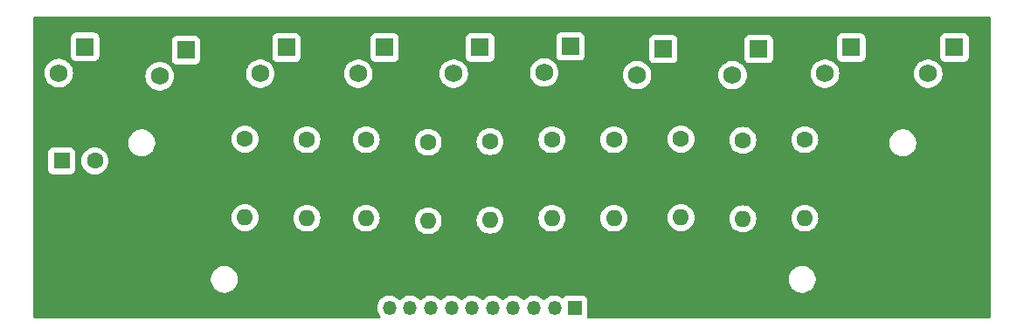
<source format=gbr>
%TF.GenerationSoftware,KiCad,Pcbnew,8.0.1*%
%TF.CreationDate,2025-12-08T14:47:00+00:00*%
%TF.ProjectId,Electric Field Detection LED Bar Circuit,456c6563-7472-4696-9320-4669656c6420,rev?*%
%TF.SameCoordinates,Original*%
%TF.FileFunction,Copper,L2,Bot*%
%TF.FilePolarity,Positive*%
%FSLAX46Y46*%
G04 Gerber Fmt 4.6, Leading zero omitted, Abs format (unit mm)*
G04 Created by KiCad (PCBNEW 8.0.1) date 2025-12-08 14:47:00*
%MOMM*%
%LPD*%
G01*
G04 APERTURE LIST*
%TA.AperFunction,ComponentPad*%
%ADD10C,1.600000*%
%TD*%
%TA.AperFunction,ComponentPad*%
%ADD11O,1.600000X1.600000*%
%TD*%
%TA.AperFunction,ComponentPad*%
%ADD12R,1.750000X1.750000*%
%TD*%
%TA.AperFunction,ComponentPad*%
%ADD13C,1.750000*%
%TD*%
%TA.AperFunction,ComponentPad*%
%ADD14R,1.350000X1.350000*%
%TD*%
%TA.AperFunction,ComponentPad*%
%ADD15O,1.350000X1.350000*%
%TD*%
%TA.AperFunction,ComponentPad*%
%ADD16R,1.600000X1.600000*%
%TD*%
G04 APERTURE END LIST*
D10*
%TO.P,R5,1*%
%TO.N,Net-(D8-A)*%
X150750000Y-87440000D03*
D11*
%TO.P,R5,2*%
%TO.N,Net-(J1-Pin_5)*%
X150750000Y-95060000D03*
%TD*%
D12*
%TO.P,D8,1,K*%
%TO.N,Net-(BZ1--)*%
X152540000Y-78395639D03*
D13*
%TO.P,D8,2,A*%
%TO.N,Net-(D8-A)*%
X150000000Y-80935639D03*
%TD*%
D12*
%TO.P,D9,1,K*%
%TO.N,Net-(BZ1--)*%
X134525000Y-78500000D03*
D13*
%TO.P,D9,2,A*%
%TO.N,Net-(D9-A)*%
X131985000Y-81040000D03*
%TD*%
D10*
%TO.P,R2,1*%
%TO.N,Net-(D6-A)*%
X169250000Y-87500000D03*
D11*
%TO.P,R2,2*%
%TO.N,Net-(J1-Pin_2)*%
X169250000Y-95120000D03*
%TD*%
D12*
%TO.P,D6,1,K*%
%TO.N,Net-(BZ1--)*%
X179750000Y-78500000D03*
D13*
%TO.P,D6,2,A*%
%TO.N,Net-(D6-A)*%
X177210000Y-81040000D03*
%TD*%
D10*
%TO.P,R4,1*%
%TO.N,Net-(D7-A)*%
X156750000Y-87440000D03*
D11*
%TO.P,R4,2*%
%TO.N,Net-(J1-Pin_4)*%
X156750000Y-95060000D03*
%TD*%
D14*
%TO.P,J1,1,Pin_1*%
%TO.N,Net-(J1-Pin_1)*%
X153000000Y-103750000D03*
D15*
%TO.P,J1,2,Pin_2*%
%TO.N,Net-(J1-Pin_2)*%
X151000000Y-103750000D03*
%TO.P,J1,3,Pin_3*%
%TO.N,Net-(J1-Pin_3)*%
X149000000Y-103750000D03*
%TO.P,J1,4,Pin_4*%
%TO.N,Net-(J1-Pin_4)*%
X147000000Y-103750000D03*
%TO.P,J1,5,Pin_5*%
%TO.N,Net-(J1-Pin_5)*%
X145000000Y-103750000D03*
%TO.P,J1,6,Pin_6*%
%TO.N,Net-(J1-Pin_6)*%
X143000000Y-103750000D03*
%TO.P,J1,7,Pin_7*%
%TO.N,Net-(J1-Pin_7)*%
X141000000Y-103750000D03*
%TO.P,J1,8,Pin_8*%
%TO.N,Net-(J1-Pin_8)*%
X139000000Y-103750000D03*
%TO.P,J1,9,Pin_9*%
%TO.N,Net-(J1-Pin_9)*%
X137000000Y-103750000D03*
%TO.P,J1,10,Pin_10*%
%TO.N,Net-(J1-Pin_10)*%
X135000000Y-103750000D03*
%TD*%
D12*
%TO.P,D1,1,K*%
%TO.N,Net-(BZ1--)*%
X170790000Y-78645639D03*
D13*
%TO.P,D1,2,A*%
%TO.N,Net-(D1-A)*%
X168250000Y-81185639D03*
%TD*%
D10*
%TO.P,R3,1*%
%TO.N,Net-(D1-A)*%
X163250000Y-87380000D03*
D11*
%TO.P,R3,2*%
%TO.N,Net-(J1-Pin_3)*%
X163250000Y-95000000D03*
%TD*%
D10*
%TO.P,R10,1*%
%TO.N,Net-(BZ1-+)*%
X121000000Y-87380000D03*
D11*
%TO.P,R10,2*%
%TO.N,Net-(J1-Pin_10)*%
X121000000Y-95000000D03*
%TD*%
D12*
%TO.P,D4,1,K*%
%TO.N,Net-(BZ1--)*%
X105500000Y-78435639D03*
D13*
%TO.P,D4,2,A*%
%TO.N,Net-(BZ1-+)*%
X102960000Y-80975639D03*
%TD*%
D12*
%TO.P,D5,1,K*%
%TO.N,Net-(BZ1--)*%
X189750000Y-78500000D03*
D13*
%TO.P,D5,2,A*%
%TO.N,Net-(D5-A)*%
X187210000Y-81040000D03*
%TD*%
D10*
%TO.P,R8,1*%
%TO.N,Net-(D3-A)*%
X132750000Y-87440000D03*
D11*
%TO.P,R8,2*%
%TO.N,Net-(J1-Pin_8)*%
X132750000Y-95060000D03*
%TD*%
D12*
%TO.P,D3,1,K*%
%TO.N,Net-(BZ1--)*%
X125025000Y-78500000D03*
D13*
%TO.P,D3,2,A*%
%TO.N,Net-(D3-A)*%
X122485000Y-81040000D03*
%TD*%
D10*
%TO.P,R9,1*%
%TO.N,Net-(D10-A)*%
X127000000Y-87440000D03*
D11*
%TO.P,R9,2*%
%TO.N,Net-(J1-Pin_9)*%
X127000000Y-95060000D03*
%TD*%
D10*
%TO.P,R6,1*%
%TO.N,Net-(D2-A)*%
X144750000Y-87630000D03*
D11*
%TO.P,R6,2*%
%TO.N,Net-(J1-Pin_6)*%
X144750000Y-95250000D03*
%TD*%
D12*
%TO.P,D2,1,K*%
%TO.N,Net-(BZ1--)*%
X143775000Y-78500000D03*
D13*
%TO.P,D2,2,A*%
%TO.N,Net-(D2-A)*%
X141235000Y-81040000D03*
%TD*%
D10*
%TO.P,R7,1*%
%TO.N,Net-(D9-A)*%
X138750000Y-87690000D03*
D11*
%TO.P,R7,2*%
%TO.N,Net-(J1-Pin_7)*%
X138750000Y-95310000D03*
%TD*%
D16*
%TO.P,BZ1,1,+*%
%TO.N,Net-(BZ1-+)*%
X103250000Y-89500000D03*
D10*
%TO.P,BZ1,2,-*%
%TO.N,Net-(BZ1--)*%
X106450000Y-89500000D03*
%TD*%
%TO.P,R1,1*%
%TO.N,Net-(D5-A)*%
X175250000Y-87440000D03*
D11*
%TO.P,R1,2*%
%TO.N,Net-(J1-Pin_1)*%
X175250000Y-95060000D03*
%TD*%
D12*
%TO.P,D10,1,K*%
%TO.N,Net-(BZ1--)*%
X115275000Y-78750000D03*
D13*
%TO.P,D10,2,A*%
%TO.N,Net-(D10-A)*%
X112735000Y-81290000D03*
%TD*%
D12*
%TO.P,D7,1,K*%
%TO.N,Net-(BZ1--)*%
X161540000Y-78645639D03*
D13*
%TO.P,D7,2,A*%
%TO.N,Net-(D7-A)*%
X159000000Y-81185639D03*
%TD*%
%TA.AperFunction,NonConductor*%
G36*
X193192539Y-75520185D02*
G01*
X193238294Y-75572989D01*
X193249500Y-75624500D01*
X193249500Y-104625500D01*
X193229815Y-104692539D01*
X193177011Y-104738294D01*
X193125500Y-104749500D01*
X154266742Y-104749500D01*
X154199703Y-104729815D01*
X154153948Y-104677011D01*
X154144004Y-104607853D01*
X154150560Y-104582166D01*
X154169091Y-104532483D01*
X154175500Y-104472873D01*
X154175499Y-103027128D01*
X154169091Y-102967517D01*
X154164302Y-102954678D01*
X154118797Y-102832671D01*
X154118793Y-102832664D01*
X154032547Y-102717455D01*
X154032544Y-102717452D01*
X153917335Y-102631206D01*
X153917328Y-102631202D01*
X153782482Y-102580908D01*
X153782483Y-102580908D01*
X153722883Y-102574501D01*
X153722881Y-102574500D01*
X153722873Y-102574500D01*
X153722864Y-102574500D01*
X152277129Y-102574500D01*
X152277123Y-102574501D01*
X152217516Y-102580908D01*
X152082671Y-102631202D01*
X152082664Y-102631206D01*
X151967455Y-102717452D01*
X151905214Y-102800594D01*
X151849279Y-102842465D01*
X151779588Y-102847448D01*
X151722411Y-102817920D01*
X151711434Y-102807913D01*
X151711429Y-102807910D01*
X151526213Y-102693229D01*
X151526207Y-102693226D01*
X151441113Y-102660260D01*
X151323069Y-102614530D01*
X151108926Y-102574500D01*
X150891074Y-102574500D01*
X150676931Y-102614530D01*
X150633896Y-102631202D01*
X150473792Y-102693226D01*
X150473786Y-102693229D01*
X150288576Y-102807906D01*
X150288566Y-102807913D01*
X150127573Y-102954676D01*
X150098953Y-102992576D01*
X150042844Y-103034211D01*
X149973132Y-103038902D01*
X149911950Y-103005159D01*
X149901047Y-102992576D01*
X149872426Y-102954676D01*
X149711433Y-102807913D01*
X149711423Y-102807906D01*
X149526213Y-102693229D01*
X149526207Y-102693226D01*
X149441113Y-102660260D01*
X149323069Y-102614530D01*
X149108926Y-102574500D01*
X148891074Y-102574500D01*
X148676931Y-102614530D01*
X148633896Y-102631202D01*
X148473792Y-102693226D01*
X148473786Y-102693229D01*
X148288576Y-102807906D01*
X148288566Y-102807913D01*
X148127573Y-102954676D01*
X148098953Y-102992576D01*
X148042844Y-103034211D01*
X147973132Y-103038902D01*
X147911950Y-103005159D01*
X147901047Y-102992576D01*
X147872426Y-102954676D01*
X147711433Y-102807913D01*
X147711423Y-102807906D01*
X147526213Y-102693229D01*
X147526207Y-102693226D01*
X147441113Y-102660260D01*
X147323069Y-102614530D01*
X147108926Y-102574500D01*
X146891074Y-102574500D01*
X146676931Y-102614530D01*
X146633896Y-102631202D01*
X146473792Y-102693226D01*
X146473786Y-102693229D01*
X146288576Y-102807906D01*
X146288566Y-102807913D01*
X146127573Y-102954676D01*
X146098953Y-102992576D01*
X146042844Y-103034211D01*
X145973132Y-103038902D01*
X145911950Y-103005159D01*
X145901047Y-102992576D01*
X145872426Y-102954676D01*
X145711433Y-102807913D01*
X145711423Y-102807906D01*
X145526213Y-102693229D01*
X145526207Y-102693226D01*
X145441113Y-102660260D01*
X145323069Y-102614530D01*
X145108926Y-102574500D01*
X144891074Y-102574500D01*
X144676931Y-102614530D01*
X144633896Y-102631202D01*
X144473792Y-102693226D01*
X144473786Y-102693229D01*
X144288576Y-102807906D01*
X144288566Y-102807913D01*
X144127573Y-102954676D01*
X144098953Y-102992576D01*
X144042844Y-103034211D01*
X143973132Y-103038902D01*
X143911950Y-103005159D01*
X143901047Y-102992576D01*
X143872426Y-102954676D01*
X143711433Y-102807913D01*
X143711423Y-102807906D01*
X143526213Y-102693229D01*
X143526207Y-102693226D01*
X143441113Y-102660260D01*
X143323069Y-102614530D01*
X143108926Y-102574500D01*
X142891074Y-102574500D01*
X142676931Y-102614530D01*
X142633896Y-102631202D01*
X142473792Y-102693226D01*
X142473786Y-102693229D01*
X142288576Y-102807906D01*
X142288566Y-102807913D01*
X142127573Y-102954676D01*
X142098953Y-102992576D01*
X142042844Y-103034211D01*
X141973132Y-103038902D01*
X141911950Y-103005159D01*
X141901047Y-102992576D01*
X141872426Y-102954676D01*
X141711433Y-102807913D01*
X141711423Y-102807906D01*
X141526213Y-102693229D01*
X141526207Y-102693226D01*
X141441113Y-102660260D01*
X141323069Y-102614530D01*
X141108926Y-102574500D01*
X140891074Y-102574500D01*
X140676931Y-102614530D01*
X140633896Y-102631202D01*
X140473792Y-102693226D01*
X140473786Y-102693229D01*
X140288576Y-102807906D01*
X140288566Y-102807913D01*
X140127573Y-102954676D01*
X140098953Y-102992576D01*
X140042844Y-103034211D01*
X139973132Y-103038902D01*
X139911950Y-103005159D01*
X139901047Y-102992576D01*
X139872426Y-102954676D01*
X139711433Y-102807913D01*
X139711423Y-102807906D01*
X139526213Y-102693229D01*
X139526207Y-102693226D01*
X139441113Y-102660260D01*
X139323069Y-102614530D01*
X139108926Y-102574500D01*
X138891074Y-102574500D01*
X138676931Y-102614530D01*
X138633896Y-102631202D01*
X138473792Y-102693226D01*
X138473786Y-102693229D01*
X138288576Y-102807906D01*
X138288566Y-102807913D01*
X138127573Y-102954676D01*
X138098953Y-102992576D01*
X138042844Y-103034211D01*
X137973132Y-103038902D01*
X137911950Y-103005159D01*
X137901047Y-102992576D01*
X137872426Y-102954676D01*
X137711433Y-102807913D01*
X137711423Y-102807906D01*
X137526213Y-102693229D01*
X137526207Y-102693226D01*
X137441113Y-102660260D01*
X137323069Y-102614530D01*
X137108926Y-102574500D01*
X136891074Y-102574500D01*
X136676931Y-102614530D01*
X136633896Y-102631202D01*
X136473792Y-102693226D01*
X136473786Y-102693229D01*
X136288576Y-102807906D01*
X136288566Y-102807913D01*
X136127573Y-102954676D01*
X136098953Y-102992576D01*
X136042844Y-103034211D01*
X135973132Y-103038902D01*
X135911950Y-103005159D01*
X135901047Y-102992576D01*
X135872426Y-102954676D01*
X135711433Y-102807913D01*
X135711423Y-102807906D01*
X135526213Y-102693229D01*
X135526207Y-102693226D01*
X135441113Y-102660260D01*
X135323069Y-102614530D01*
X135108926Y-102574500D01*
X134891074Y-102574500D01*
X134676931Y-102614530D01*
X134633896Y-102631202D01*
X134473792Y-102693226D01*
X134473786Y-102693229D01*
X134288576Y-102807906D01*
X134288566Y-102807913D01*
X134127574Y-102954676D01*
X133996288Y-103128527D01*
X133899184Y-103323537D01*
X133839564Y-103533081D01*
X133819464Y-103749999D01*
X133819464Y-103750000D01*
X133839564Y-103966918D01*
X133839564Y-103966920D01*
X133839565Y-103966923D01*
X133899183Y-104176459D01*
X133996288Y-104371472D01*
X134117877Y-104532483D01*
X134131028Y-104549897D01*
X134129086Y-104551363D01*
X134155122Y-104604734D01*
X134146942Y-104674123D01*
X134102547Y-104728075D01*
X134036030Y-104749460D01*
X134032873Y-104749500D01*
X100624500Y-104749500D01*
X100557461Y-104729815D01*
X100511706Y-104677011D01*
X100500500Y-104625500D01*
X100500500Y-101102351D01*
X117699500Y-101102351D01*
X117731522Y-101304534D01*
X117794781Y-101499223D01*
X117887715Y-101681613D01*
X118008028Y-101847213D01*
X118152786Y-101991971D01*
X118307749Y-102104556D01*
X118318390Y-102112287D01*
X118434607Y-102171503D01*
X118500776Y-102205218D01*
X118500778Y-102205218D01*
X118500781Y-102205220D01*
X118605137Y-102239127D01*
X118695465Y-102268477D01*
X118796557Y-102284488D01*
X118897648Y-102300500D01*
X118897649Y-102300500D01*
X119102351Y-102300500D01*
X119102352Y-102300500D01*
X119304534Y-102268477D01*
X119499219Y-102205220D01*
X119681610Y-102112287D01*
X119774590Y-102044732D01*
X119847213Y-101991971D01*
X119847215Y-101991968D01*
X119847219Y-101991966D01*
X119991966Y-101847219D01*
X119991968Y-101847215D01*
X119991971Y-101847213D01*
X120044732Y-101774590D01*
X120112287Y-101681610D01*
X120205220Y-101499219D01*
X120268477Y-101304534D01*
X120300500Y-101102352D01*
X120300500Y-101102351D01*
X173699500Y-101102351D01*
X173731522Y-101304534D01*
X173794781Y-101499223D01*
X173887715Y-101681613D01*
X174008028Y-101847213D01*
X174152786Y-101991971D01*
X174307749Y-102104556D01*
X174318390Y-102112287D01*
X174434607Y-102171503D01*
X174500776Y-102205218D01*
X174500778Y-102205218D01*
X174500781Y-102205220D01*
X174605137Y-102239127D01*
X174695465Y-102268477D01*
X174796557Y-102284488D01*
X174897648Y-102300500D01*
X174897649Y-102300500D01*
X175102351Y-102300500D01*
X175102352Y-102300500D01*
X175304534Y-102268477D01*
X175499219Y-102205220D01*
X175681610Y-102112287D01*
X175774590Y-102044732D01*
X175847213Y-101991971D01*
X175847215Y-101991968D01*
X175847219Y-101991966D01*
X175991966Y-101847219D01*
X175991968Y-101847215D01*
X175991971Y-101847213D01*
X176044732Y-101774590D01*
X176112287Y-101681610D01*
X176205220Y-101499219D01*
X176268477Y-101304534D01*
X176300500Y-101102352D01*
X176300500Y-100897648D01*
X176268477Y-100695466D01*
X176205220Y-100500781D01*
X176205218Y-100500778D01*
X176205218Y-100500776D01*
X176171503Y-100434607D01*
X176112287Y-100318390D01*
X176104556Y-100307749D01*
X175991971Y-100152786D01*
X175847213Y-100008028D01*
X175681613Y-99887715D01*
X175681612Y-99887714D01*
X175681610Y-99887713D01*
X175624653Y-99858691D01*
X175499223Y-99794781D01*
X175304534Y-99731522D01*
X175129995Y-99703878D01*
X175102352Y-99699500D01*
X174897648Y-99699500D01*
X174873329Y-99703351D01*
X174695465Y-99731522D01*
X174500776Y-99794781D01*
X174318386Y-99887715D01*
X174152786Y-100008028D01*
X174008028Y-100152786D01*
X173887715Y-100318386D01*
X173794781Y-100500776D01*
X173731522Y-100695465D01*
X173699500Y-100897648D01*
X173699500Y-101102351D01*
X120300500Y-101102351D01*
X120300500Y-100897648D01*
X120268477Y-100695466D01*
X120205220Y-100500781D01*
X120205218Y-100500778D01*
X120205218Y-100500776D01*
X120171503Y-100434607D01*
X120112287Y-100318390D01*
X120104556Y-100307749D01*
X119991971Y-100152786D01*
X119847213Y-100008028D01*
X119681613Y-99887715D01*
X119681612Y-99887714D01*
X119681610Y-99887713D01*
X119624653Y-99858691D01*
X119499223Y-99794781D01*
X119304534Y-99731522D01*
X119129995Y-99703878D01*
X119102352Y-99699500D01*
X118897648Y-99699500D01*
X118873329Y-99703351D01*
X118695465Y-99731522D01*
X118500776Y-99794781D01*
X118318386Y-99887715D01*
X118152786Y-100008028D01*
X118008028Y-100152786D01*
X117887715Y-100318386D01*
X117794781Y-100500776D01*
X117731522Y-100695465D01*
X117699500Y-100897648D01*
X117699500Y-101102351D01*
X100500500Y-101102351D01*
X100500500Y-95000001D01*
X119694532Y-95000001D01*
X119714364Y-95226686D01*
X119714366Y-95226697D01*
X119773258Y-95446488D01*
X119773261Y-95446497D01*
X119869431Y-95652732D01*
X119869432Y-95652734D01*
X119999954Y-95839141D01*
X120160858Y-96000045D01*
X120160861Y-96000047D01*
X120347266Y-96130568D01*
X120553504Y-96226739D01*
X120773308Y-96285635D01*
X120935230Y-96299801D01*
X120999998Y-96305468D01*
X121000000Y-96305468D01*
X121000002Y-96305468D01*
X121056673Y-96300509D01*
X121226692Y-96285635D01*
X121446496Y-96226739D01*
X121652734Y-96130568D01*
X121839139Y-96000047D01*
X122000047Y-95839139D01*
X122130568Y-95652734D01*
X122226739Y-95446496D01*
X122285635Y-95226692D01*
X122300219Y-95060001D01*
X125694532Y-95060001D01*
X125714364Y-95286686D01*
X125714366Y-95286697D01*
X125773258Y-95506488D01*
X125773261Y-95506497D01*
X125869431Y-95712732D01*
X125869432Y-95712734D01*
X125999954Y-95899141D01*
X126160858Y-96060045D01*
X126160861Y-96060047D01*
X126347266Y-96190568D01*
X126553504Y-96286739D01*
X126773308Y-96345635D01*
X126935230Y-96359801D01*
X126999998Y-96365468D01*
X127000000Y-96365468D01*
X127000002Y-96365468D01*
X127056673Y-96360509D01*
X127226692Y-96345635D01*
X127446496Y-96286739D01*
X127652734Y-96190568D01*
X127839139Y-96060047D01*
X128000047Y-95899139D01*
X128130568Y-95712734D01*
X128226739Y-95506496D01*
X128285635Y-95286692D01*
X128305468Y-95060001D01*
X131444532Y-95060001D01*
X131464364Y-95286686D01*
X131464366Y-95286697D01*
X131523258Y-95506488D01*
X131523261Y-95506497D01*
X131619431Y-95712732D01*
X131619432Y-95712734D01*
X131749954Y-95899141D01*
X131910858Y-96060045D01*
X131910861Y-96060047D01*
X132097266Y-96190568D01*
X132303504Y-96286739D01*
X132523308Y-96345635D01*
X132685230Y-96359801D01*
X132749998Y-96365468D01*
X132750000Y-96365468D01*
X132750002Y-96365468D01*
X132806673Y-96360509D01*
X132976692Y-96345635D01*
X133196496Y-96286739D01*
X133402734Y-96190568D01*
X133589139Y-96060047D01*
X133750047Y-95899139D01*
X133880568Y-95712734D01*
X133976739Y-95506496D01*
X134029389Y-95310001D01*
X137444532Y-95310001D01*
X137464364Y-95536686D01*
X137464366Y-95536697D01*
X137523258Y-95756488D01*
X137523261Y-95756497D01*
X137619431Y-95962732D01*
X137619432Y-95962734D01*
X137749954Y-96149141D01*
X137910858Y-96310045D01*
X137910861Y-96310047D01*
X138097266Y-96440568D01*
X138303504Y-96536739D01*
X138523308Y-96595635D01*
X138685230Y-96609801D01*
X138749998Y-96615468D01*
X138750000Y-96615468D01*
X138750002Y-96615468D01*
X138806673Y-96610509D01*
X138976692Y-96595635D01*
X139196496Y-96536739D01*
X139402734Y-96440568D01*
X139589139Y-96310047D01*
X139750047Y-96149139D01*
X139880568Y-95962734D01*
X139976739Y-95756496D01*
X140035635Y-95536692D01*
X140055468Y-95310000D01*
X140050218Y-95250001D01*
X143444532Y-95250001D01*
X143464364Y-95476686D01*
X143464366Y-95476697D01*
X143523258Y-95696488D01*
X143523261Y-95696497D01*
X143619431Y-95902732D01*
X143619432Y-95902734D01*
X143749954Y-96089141D01*
X143910858Y-96250045D01*
X143910861Y-96250047D01*
X144097266Y-96380568D01*
X144303504Y-96476739D01*
X144523308Y-96535635D01*
X144685230Y-96549801D01*
X144749998Y-96555468D01*
X144750000Y-96555468D01*
X144750002Y-96555468D01*
X144806673Y-96550509D01*
X144976692Y-96535635D01*
X145196496Y-96476739D01*
X145402734Y-96380568D01*
X145589139Y-96250047D01*
X145750047Y-96089139D01*
X145880568Y-95902734D01*
X145976739Y-95696496D01*
X146035635Y-95476692D01*
X146055468Y-95250000D01*
X146038845Y-95060001D01*
X149444532Y-95060001D01*
X149464364Y-95286686D01*
X149464366Y-95286697D01*
X149523258Y-95506488D01*
X149523261Y-95506497D01*
X149619431Y-95712732D01*
X149619432Y-95712734D01*
X149749954Y-95899141D01*
X149910858Y-96060045D01*
X149910861Y-96060047D01*
X150097266Y-96190568D01*
X150303504Y-96286739D01*
X150523308Y-96345635D01*
X150685230Y-96359801D01*
X150749998Y-96365468D01*
X150750000Y-96365468D01*
X150750002Y-96365468D01*
X150806673Y-96360509D01*
X150976692Y-96345635D01*
X151196496Y-96286739D01*
X151402734Y-96190568D01*
X151589139Y-96060047D01*
X151750047Y-95899139D01*
X151880568Y-95712734D01*
X151976739Y-95506496D01*
X152035635Y-95286692D01*
X152055468Y-95060001D01*
X155444532Y-95060001D01*
X155464364Y-95286686D01*
X155464366Y-95286697D01*
X155523258Y-95506488D01*
X155523261Y-95506497D01*
X155619431Y-95712732D01*
X155619432Y-95712734D01*
X155749954Y-95899141D01*
X155910858Y-96060045D01*
X155910861Y-96060047D01*
X156097266Y-96190568D01*
X156303504Y-96286739D01*
X156523308Y-96345635D01*
X156685230Y-96359801D01*
X156749998Y-96365468D01*
X156750000Y-96365468D01*
X156750002Y-96365468D01*
X156806673Y-96360509D01*
X156976692Y-96345635D01*
X157196496Y-96286739D01*
X157402734Y-96190568D01*
X157589139Y-96060047D01*
X157750047Y-95899139D01*
X157880568Y-95712734D01*
X157976739Y-95506496D01*
X158035635Y-95286692D01*
X158055468Y-95060000D01*
X158050218Y-95000001D01*
X161944532Y-95000001D01*
X161964364Y-95226686D01*
X161964366Y-95226697D01*
X162023258Y-95446488D01*
X162023261Y-95446497D01*
X162119431Y-95652732D01*
X162119432Y-95652734D01*
X162249954Y-95839141D01*
X162410858Y-96000045D01*
X162410861Y-96000047D01*
X162597266Y-96130568D01*
X162803504Y-96226739D01*
X163023308Y-96285635D01*
X163185230Y-96299801D01*
X163249998Y-96305468D01*
X163250000Y-96305468D01*
X163250002Y-96305468D01*
X163306673Y-96300509D01*
X163476692Y-96285635D01*
X163696496Y-96226739D01*
X163902734Y-96130568D01*
X164089139Y-96000047D01*
X164250047Y-95839139D01*
X164380568Y-95652734D01*
X164476739Y-95446496D01*
X164535635Y-95226692D01*
X164544969Y-95120001D01*
X167944532Y-95120001D01*
X167964364Y-95346686D01*
X167964366Y-95346697D01*
X168023258Y-95566488D01*
X168023261Y-95566497D01*
X168119431Y-95772732D01*
X168119432Y-95772734D01*
X168249954Y-95959141D01*
X168410858Y-96120045D01*
X168410861Y-96120047D01*
X168597266Y-96250568D01*
X168803504Y-96346739D01*
X169023308Y-96405635D01*
X169185230Y-96419801D01*
X169249998Y-96425468D01*
X169250000Y-96425468D01*
X169250002Y-96425468D01*
X169306673Y-96420509D01*
X169476692Y-96405635D01*
X169696496Y-96346739D01*
X169902734Y-96250568D01*
X170089139Y-96120047D01*
X170250047Y-95959139D01*
X170380568Y-95772734D01*
X170476739Y-95566496D01*
X170535635Y-95346692D01*
X170555468Y-95120000D01*
X170550218Y-95060001D01*
X173944532Y-95060001D01*
X173964364Y-95286686D01*
X173964366Y-95286697D01*
X174023258Y-95506488D01*
X174023261Y-95506497D01*
X174119431Y-95712732D01*
X174119432Y-95712734D01*
X174249954Y-95899141D01*
X174410858Y-96060045D01*
X174410861Y-96060047D01*
X174597266Y-96190568D01*
X174803504Y-96286739D01*
X175023308Y-96345635D01*
X175185230Y-96359801D01*
X175249998Y-96365468D01*
X175250000Y-96365468D01*
X175250002Y-96365468D01*
X175306673Y-96360509D01*
X175476692Y-96345635D01*
X175696496Y-96286739D01*
X175902734Y-96190568D01*
X176089139Y-96060047D01*
X176250047Y-95899139D01*
X176380568Y-95712734D01*
X176476739Y-95506496D01*
X176535635Y-95286692D01*
X176555468Y-95060000D01*
X176550218Y-94999998D01*
X176549801Y-94995230D01*
X176535635Y-94833308D01*
X176476739Y-94613504D01*
X176380568Y-94407266D01*
X176250047Y-94220861D01*
X176250045Y-94220858D01*
X176089141Y-94059954D01*
X175902734Y-93929432D01*
X175902732Y-93929431D01*
X175696497Y-93833261D01*
X175696488Y-93833258D01*
X175476697Y-93774366D01*
X175476693Y-93774365D01*
X175476692Y-93774365D01*
X175476691Y-93774364D01*
X175476686Y-93774364D01*
X175250002Y-93754532D01*
X175249998Y-93754532D01*
X175023313Y-93774364D01*
X175023302Y-93774366D01*
X174803511Y-93833258D01*
X174803502Y-93833261D01*
X174597267Y-93929431D01*
X174597265Y-93929432D01*
X174410858Y-94059954D01*
X174249954Y-94220858D01*
X174119432Y-94407265D01*
X174119431Y-94407267D01*
X174023261Y-94613502D01*
X174023258Y-94613511D01*
X173964366Y-94833302D01*
X173964364Y-94833313D01*
X173944532Y-95059998D01*
X173944532Y-95060001D01*
X170550218Y-95060001D01*
X170550218Y-95059998D01*
X170547009Y-95023313D01*
X170535635Y-94893308D01*
X170476739Y-94673504D01*
X170380568Y-94467266D01*
X170250047Y-94280861D01*
X170250045Y-94280858D01*
X170089141Y-94119954D01*
X169902734Y-93989432D01*
X169902732Y-93989431D01*
X169696497Y-93893261D01*
X169696488Y-93893258D01*
X169476697Y-93834366D01*
X169476693Y-93834365D01*
X169476692Y-93834365D01*
X169476691Y-93834364D01*
X169476686Y-93834364D01*
X169250002Y-93814532D01*
X169249998Y-93814532D01*
X169023313Y-93834364D01*
X169023302Y-93834366D01*
X168803511Y-93893258D01*
X168803502Y-93893261D01*
X168597267Y-93989431D01*
X168597265Y-93989432D01*
X168410858Y-94119954D01*
X168249954Y-94280858D01*
X168119432Y-94467265D01*
X168119431Y-94467267D01*
X168023261Y-94673502D01*
X168023258Y-94673511D01*
X167964366Y-94893302D01*
X167964364Y-94893313D01*
X167944532Y-95119998D01*
X167944532Y-95120001D01*
X164544969Y-95120001D01*
X164555468Y-95000000D01*
X164535635Y-94773308D01*
X164476739Y-94553504D01*
X164380568Y-94347266D01*
X164250047Y-94160861D01*
X164250045Y-94160858D01*
X164089141Y-93999954D01*
X163902734Y-93869432D01*
X163902732Y-93869431D01*
X163696497Y-93773261D01*
X163696488Y-93773258D01*
X163476697Y-93714366D01*
X163476693Y-93714365D01*
X163476692Y-93714365D01*
X163476691Y-93714364D01*
X163476686Y-93714364D01*
X163250002Y-93694532D01*
X163249998Y-93694532D01*
X163023313Y-93714364D01*
X163023302Y-93714366D01*
X162803511Y-93773258D01*
X162803502Y-93773261D01*
X162597267Y-93869431D01*
X162597265Y-93869432D01*
X162410858Y-93999954D01*
X162249954Y-94160858D01*
X162119432Y-94347265D01*
X162119431Y-94347267D01*
X162023261Y-94553502D01*
X162023258Y-94553511D01*
X161964366Y-94773302D01*
X161964364Y-94773313D01*
X161944532Y-94999998D01*
X161944532Y-95000001D01*
X158050218Y-95000001D01*
X158050218Y-94999998D01*
X158049801Y-94995230D01*
X158035635Y-94833308D01*
X157976739Y-94613504D01*
X157880568Y-94407266D01*
X157750047Y-94220861D01*
X157750045Y-94220858D01*
X157589141Y-94059954D01*
X157402734Y-93929432D01*
X157402732Y-93929431D01*
X157196497Y-93833261D01*
X157196488Y-93833258D01*
X156976697Y-93774366D01*
X156976693Y-93774365D01*
X156976692Y-93774365D01*
X156976691Y-93774364D01*
X156976686Y-93774364D01*
X156750002Y-93754532D01*
X156749998Y-93754532D01*
X156523313Y-93774364D01*
X156523302Y-93774366D01*
X156303511Y-93833258D01*
X156303502Y-93833261D01*
X156097267Y-93929431D01*
X156097265Y-93929432D01*
X155910858Y-94059954D01*
X155749954Y-94220858D01*
X155619432Y-94407265D01*
X155619431Y-94407267D01*
X155523261Y-94613502D01*
X155523258Y-94613511D01*
X155464366Y-94833302D01*
X155464364Y-94833313D01*
X155444532Y-95059998D01*
X155444532Y-95060001D01*
X152055468Y-95060001D01*
X152055468Y-95060000D01*
X152050218Y-94999998D01*
X152049801Y-94995230D01*
X152035635Y-94833308D01*
X151976739Y-94613504D01*
X151880568Y-94407266D01*
X151750047Y-94220861D01*
X151750045Y-94220858D01*
X151589141Y-94059954D01*
X151402734Y-93929432D01*
X151402732Y-93929431D01*
X151196497Y-93833261D01*
X151196488Y-93833258D01*
X150976697Y-93774366D01*
X150976693Y-93774365D01*
X150976692Y-93774365D01*
X150976691Y-93774364D01*
X150976686Y-93774364D01*
X150750002Y-93754532D01*
X150749998Y-93754532D01*
X150523313Y-93774364D01*
X150523302Y-93774366D01*
X150303511Y-93833258D01*
X150303502Y-93833261D01*
X150097267Y-93929431D01*
X150097265Y-93929432D01*
X149910858Y-94059954D01*
X149749954Y-94220858D01*
X149619432Y-94407265D01*
X149619431Y-94407267D01*
X149523261Y-94613502D01*
X149523258Y-94613511D01*
X149464366Y-94833302D01*
X149464364Y-94833313D01*
X149444532Y-95059998D01*
X149444532Y-95060001D01*
X146038845Y-95060001D01*
X146035635Y-95023308D01*
X145976739Y-94803504D01*
X145880568Y-94597266D01*
X145750047Y-94410861D01*
X145750045Y-94410858D01*
X145589141Y-94249954D01*
X145402734Y-94119432D01*
X145402732Y-94119431D01*
X145196497Y-94023261D01*
X145196488Y-94023258D01*
X144976697Y-93964366D01*
X144976693Y-93964365D01*
X144976692Y-93964365D01*
X144976691Y-93964364D01*
X144976686Y-93964364D01*
X144750002Y-93944532D01*
X144749998Y-93944532D01*
X144523313Y-93964364D01*
X144523302Y-93964366D01*
X144303511Y-94023258D01*
X144303502Y-94023261D01*
X144097267Y-94119431D01*
X144097265Y-94119432D01*
X143910858Y-94249954D01*
X143749954Y-94410858D01*
X143619432Y-94597265D01*
X143619431Y-94597267D01*
X143523261Y-94803502D01*
X143523258Y-94803511D01*
X143464366Y-95023302D01*
X143464364Y-95023313D01*
X143444532Y-95249998D01*
X143444532Y-95250001D01*
X140050218Y-95250001D01*
X140050218Y-95249998D01*
X140035635Y-95083313D01*
X140035635Y-95083308D01*
X139976739Y-94863504D01*
X139880568Y-94657266D01*
X139750047Y-94470861D01*
X139750045Y-94470858D01*
X139589141Y-94309954D01*
X139402734Y-94179432D01*
X139402732Y-94179431D01*
X139196497Y-94083261D01*
X139196488Y-94083258D01*
X138976697Y-94024366D01*
X138976693Y-94024365D01*
X138976692Y-94024365D01*
X138976691Y-94024364D01*
X138976686Y-94024364D01*
X138750002Y-94004532D01*
X138749998Y-94004532D01*
X138523313Y-94024364D01*
X138523302Y-94024366D01*
X138303511Y-94083258D01*
X138303502Y-94083261D01*
X138097267Y-94179431D01*
X138097265Y-94179432D01*
X137910858Y-94309954D01*
X137749954Y-94470858D01*
X137619432Y-94657265D01*
X137619431Y-94657267D01*
X137523261Y-94863502D01*
X137523258Y-94863511D01*
X137464366Y-95083302D01*
X137464364Y-95083313D01*
X137444532Y-95309998D01*
X137444532Y-95310001D01*
X134029389Y-95310001D01*
X134035635Y-95286692D01*
X134055468Y-95060000D01*
X134050218Y-94999998D01*
X134049801Y-94995230D01*
X134035635Y-94833308D01*
X133976739Y-94613504D01*
X133880568Y-94407266D01*
X133750047Y-94220861D01*
X133750045Y-94220858D01*
X133589141Y-94059954D01*
X133402734Y-93929432D01*
X133402732Y-93929431D01*
X133196497Y-93833261D01*
X133196488Y-93833258D01*
X132976697Y-93774366D01*
X132976693Y-93774365D01*
X132976692Y-93774365D01*
X132976691Y-93774364D01*
X132976686Y-93774364D01*
X132750002Y-93754532D01*
X132749998Y-93754532D01*
X132523313Y-93774364D01*
X132523302Y-93774366D01*
X132303511Y-93833258D01*
X132303502Y-93833261D01*
X132097267Y-93929431D01*
X132097265Y-93929432D01*
X131910858Y-94059954D01*
X131749954Y-94220858D01*
X131619432Y-94407265D01*
X131619431Y-94407267D01*
X131523261Y-94613502D01*
X131523258Y-94613511D01*
X131464366Y-94833302D01*
X131464364Y-94833313D01*
X131444532Y-95059998D01*
X131444532Y-95060001D01*
X128305468Y-95060001D01*
X128305468Y-95060000D01*
X128300218Y-94999998D01*
X128299801Y-94995230D01*
X128285635Y-94833308D01*
X128226739Y-94613504D01*
X128130568Y-94407266D01*
X128000047Y-94220861D01*
X128000045Y-94220858D01*
X127839141Y-94059954D01*
X127652734Y-93929432D01*
X127652732Y-93929431D01*
X127446497Y-93833261D01*
X127446488Y-93833258D01*
X127226697Y-93774366D01*
X127226693Y-93774365D01*
X127226692Y-93774365D01*
X127226691Y-93774364D01*
X127226686Y-93774364D01*
X127000002Y-93754532D01*
X126999998Y-93754532D01*
X126773313Y-93774364D01*
X126773302Y-93774366D01*
X126553511Y-93833258D01*
X126553502Y-93833261D01*
X126347267Y-93929431D01*
X126347265Y-93929432D01*
X126160858Y-94059954D01*
X125999954Y-94220858D01*
X125869432Y-94407265D01*
X125869431Y-94407267D01*
X125773261Y-94613502D01*
X125773258Y-94613511D01*
X125714366Y-94833302D01*
X125714364Y-94833313D01*
X125694532Y-95059998D01*
X125694532Y-95060001D01*
X122300219Y-95060001D01*
X122305468Y-95000000D01*
X122285635Y-94773308D01*
X122226739Y-94553504D01*
X122130568Y-94347266D01*
X122000047Y-94160861D01*
X122000045Y-94160858D01*
X121839141Y-93999954D01*
X121652734Y-93869432D01*
X121652732Y-93869431D01*
X121446497Y-93773261D01*
X121446488Y-93773258D01*
X121226697Y-93714366D01*
X121226693Y-93714365D01*
X121226692Y-93714365D01*
X121226691Y-93714364D01*
X121226686Y-93714364D01*
X121000002Y-93694532D01*
X120999998Y-93694532D01*
X120773313Y-93714364D01*
X120773302Y-93714366D01*
X120553511Y-93773258D01*
X120553502Y-93773261D01*
X120347267Y-93869431D01*
X120347265Y-93869432D01*
X120160858Y-93999954D01*
X119999954Y-94160858D01*
X119869432Y-94347265D01*
X119869431Y-94347267D01*
X119773261Y-94553502D01*
X119773258Y-94553511D01*
X119714366Y-94773302D01*
X119714364Y-94773313D01*
X119694532Y-94999998D01*
X119694532Y-95000001D01*
X100500500Y-95000001D01*
X100500500Y-90347870D01*
X101949500Y-90347870D01*
X101949501Y-90347876D01*
X101955908Y-90407483D01*
X102006202Y-90542328D01*
X102006206Y-90542335D01*
X102092452Y-90657544D01*
X102092455Y-90657547D01*
X102207664Y-90743793D01*
X102207671Y-90743797D01*
X102342517Y-90794091D01*
X102342516Y-90794091D01*
X102349444Y-90794835D01*
X102402127Y-90800500D01*
X104097872Y-90800499D01*
X104157483Y-90794091D01*
X104292331Y-90743796D01*
X104407546Y-90657546D01*
X104493796Y-90542331D01*
X104544091Y-90407483D01*
X104550500Y-90347873D01*
X104550500Y-89500001D01*
X105144532Y-89500001D01*
X105164364Y-89726686D01*
X105164366Y-89726697D01*
X105223258Y-89946488D01*
X105223261Y-89946497D01*
X105319431Y-90152732D01*
X105319432Y-90152734D01*
X105449954Y-90339141D01*
X105610858Y-90500045D01*
X105610861Y-90500047D01*
X105797266Y-90630568D01*
X106003504Y-90726739D01*
X106223308Y-90785635D01*
X106385230Y-90799801D01*
X106449998Y-90805468D01*
X106450000Y-90805468D01*
X106450002Y-90805468D01*
X106506807Y-90800498D01*
X106676692Y-90785635D01*
X106896496Y-90726739D01*
X107102734Y-90630568D01*
X107289139Y-90500047D01*
X107450047Y-90339139D01*
X107580568Y-90152734D01*
X107676739Y-89946496D01*
X107735635Y-89726692D01*
X107755468Y-89500000D01*
X107735635Y-89273308D01*
X107676739Y-89053504D01*
X107580568Y-88847266D01*
X107450047Y-88660861D01*
X107450045Y-88660858D01*
X107289141Y-88499954D01*
X107102734Y-88369432D01*
X107102732Y-88369431D01*
X106896497Y-88273261D01*
X106896488Y-88273258D01*
X106676697Y-88214366D01*
X106676693Y-88214365D01*
X106676692Y-88214365D01*
X106676691Y-88214364D01*
X106676686Y-88214364D01*
X106450002Y-88194532D01*
X106449998Y-88194532D01*
X106223313Y-88214364D01*
X106223302Y-88214366D01*
X106003511Y-88273258D01*
X106003502Y-88273261D01*
X105797267Y-88369431D01*
X105797265Y-88369432D01*
X105610858Y-88499954D01*
X105449954Y-88660858D01*
X105319432Y-88847265D01*
X105319431Y-88847267D01*
X105223261Y-89053502D01*
X105223258Y-89053511D01*
X105164366Y-89273302D01*
X105164364Y-89273313D01*
X105144532Y-89499998D01*
X105144532Y-89500001D01*
X104550500Y-89500001D01*
X104550499Y-88652128D01*
X104545299Y-88603757D01*
X104544091Y-88592516D01*
X104493797Y-88457671D01*
X104493793Y-88457664D01*
X104407547Y-88342455D01*
X104407544Y-88342452D01*
X104292335Y-88256206D01*
X104292328Y-88256202D01*
X104157482Y-88205908D01*
X104157483Y-88205908D01*
X104097883Y-88199501D01*
X104097881Y-88199500D01*
X104097873Y-88199500D01*
X104097864Y-88199500D01*
X102402129Y-88199500D01*
X102402123Y-88199501D01*
X102342516Y-88205908D01*
X102207671Y-88256202D01*
X102207664Y-88256206D01*
X102092455Y-88342452D01*
X102092452Y-88342455D01*
X102006206Y-88457664D01*
X102006202Y-88457671D01*
X101955908Y-88592517D01*
X101949501Y-88652116D01*
X101949501Y-88652123D01*
X101949500Y-88652135D01*
X101949500Y-90347870D01*
X100500500Y-90347870D01*
X100500500Y-87852352D01*
X109699500Y-87852352D01*
X109700188Y-87856697D01*
X109731522Y-88054534D01*
X109794781Y-88249223D01*
X109887715Y-88431613D01*
X110008028Y-88597213D01*
X110152786Y-88741971D01*
X110307749Y-88854556D01*
X110318390Y-88862287D01*
X110423087Y-88915633D01*
X110500776Y-88955218D01*
X110500778Y-88955218D01*
X110500781Y-88955220D01*
X110563606Y-88975633D01*
X110695465Y-89018477D01*
X110796557Y-89034488D01*
X110897648Y-89050500D01*
X110897649Y-89050500D01*
X111102351Y-89050500D01*
X111102352Y-89050500D01*
X111304534Y-89018477D01*
X111499219Y-88955220D01*
X111681610Y-88862287D01*
X111787116Y-88785633D01*
X111847213Y-88741971D01*
X111847215Y-88741968D01*
X111847219Y-88741966D01*
X111991966Y-88597219D01*
X111991968Y-88597215D01*
X111991971Y-88597213D01*
X112062566Y-88500045D01*
X112112287Y-88431610D01*
X112205220Y-88249219D01*
X112268477Y-88054534D01*
X112300500Y-87852352D01*
X112300500Y-87647648D01*
X112277115Y-87500001D01*
X112268477Y-87445465D01*
X112247206Y-87380001D01*
X119694532Y-87380001D01*
X119714364Y-87606686D01*
X119714366Y-87606697D01*
X119773258Y-87826488D01*
X119773261Y-87826497D01*
X119869431Y-88032732D01*
X119869432Y-88032734D01*
X119999954Y-88219141D01*
X120160858Y-88380045D01*
X120160861Y-88380047D01*
X120347266Y-88510568D01*
X120553504Y-88606739D01*
X120773308Y-88665635D01*
X120935230Y-88679801D01*
X120999998Y-88685468D01*
X121000000Y-88685468D01*
X121000002Y-88685468D01*
X121056673Y-88680509D01*
X121226692Y-88665635D01*
X121446496Y-88606739D01*
X121652734Y-88510568D01*
X121839139Y-88380047D01*
X122000047Y-88219139D01*
X122130568Y-88032734D01*
X122226739Y-87826496D01*
X122285635Y-87606692D01*
X122300219Y-87440001D01*
X125694532Y-87440001D01*
X125714364Y-87666686D01*
X125714366Y-87666697D01*
X125773258Y-87886488D01*
X125773261Y-87886497D01*
X125869431Y-88092732D01*
X125869432Y-88092734D01*
X125999954Y-88279141D01*
X126160858Y-88440045D01*
X126160861Y-88440047D01*
X126347266Y-88570568D01*
X126553504Y-88666739D01*
X126773308Y-88725635D01*
X126935230Y-88739801D01*
X126999998Y-88745468D01*
X127000000Y-88745468D01*
X127000002Y-88745468D01*
X127056673Y-88740509D01*
X127226692Y-88725635D01*
X127446496Y-88666739D01*
X127652734Y-88570568D01*
X127839139Y-88440047D01*
X128000047Y-88279139D01*
X128130568Y-88092734D01*
X128226739Y-87886496D01*
X128285635Y-87666692D01*
X128305468Y-87440001D01*
X131444532Y-87440001D01*
X131464364Y-87666686D01*
X131464366Y-87666697D01*
X131523258Y-87886488D01*
X131523261Y-87886497D01*
X131619431Y-88092732D01*
X131619432Y-88092734D01*
X131749954Y-88279141D01*
X131910858Y-88440045D01*
X131910861Y-88440047D01*
X132097266Y-88570568D01*
X132303504Y-88666739D01*
X132523308Y-88725635D01*
X132685230Y-88739801D01*
X132749998Y-88745468D01*
X132750000Y-88745468D01*
X132750002Y-88745468D01*
X132806673Y-88740509D01*
X132976692Y-88725635D01*
X133196496Y-88666739D01*
X133402734Y-88570568D01*
X133589139Y-88440047D01*
X133750047Y-88279139D01*
X133880568Y-88092734D01*
X133976739Y-87886496D01*
X134029389Y-87690001D01*
X137444532Y-87690001D01*
X137464364Y-87916686D01*
X137464366Y-87916697D01*
X137523258Y-88136488D01*
X137523261Y-88136497D01*
X137619431Y-88342732D01*
X137619432Y-88342734D01*
X137749954Y-88529141D01*
X137910858Y-88690045D01*
X137910861Y-88690047D01*
X138097266Y-88820568D01*
X138303504Y-88916739D01*
X138523308Y-88975635D01*
X138685230Y-88989801D01*
X138749998Y-88995468D01*
X138750000Y-88995468D01*
X138750002Y-88995468D01*
X138806673Y-88990509D01*
X138976692Y-88975635D01*
X139196496Y-88916739D01*
X139402734Y-88820568D01*
X139589139Y-88690047D01*
X139750047Y-88529139D01*
X139880568Y-88342734D01*
X139976739Y-88136496D01*
X140035635Y-87916692D01*
X140055468Y-87690000D01*
X140050218Y-87630001D01*
X143444532Y-87630001D01*
X143464364Y-87856686D01*
X143464366Y-87856697D01*
X143523258Y-88076488D01*
X143523261Y-88076497D01*
X143619431Y-88282732D01*
X143619432Y-88282734D01*
X143749954Y-88469141D01*
X143910858Y-88630045D01*
X143910861Y-88630047D01*
X144097266Y-88760568D01*
X144303504Y-88856739D01*
X144303509Y-88856740D01*
X144303511Y-88856741D01*
X144356415Y-88870916D01*
X144523308Y-88915635D01*
X144685230Y-88929801D01*
X144749998Y-88935468D01*
X144750000Y-88935468D01*
X144750002Y-88935468D01*
X144806673Y-88930509D01*
X144976692Y-88915635D01*
X145196496Y-88856739D01*
X145402734Y-88760568D01*
X145589139Y-88630047D01*
X145750047Y-88469139D01*
X145880568Y-88282734D01*
X145976739Y-88076496D01*
X146035635Y-87856692D01*
X146055468Y-87630000D01*
X146038845Y-87440001D01*
X149444532Y-87440001D01*
X149464364Y-87666686D01*
X149464366Y-87666697D01*
X149523258Y-87886488D01*
X149523261Y-87886497D01*
X149619431Y-88092732D01*
X149619432Y-88092734D01*
X149749954Y-88279141D01*
X149910858Y-88440045D01*
X149910861Y-88440047D01*
X150097266Y-88570568D01*
X150303504Y-88666739D01*
X150523308Y-88725635D01*
X150685230Y-88739801D01*
X150749998Y-88745468D01*
X150750000Y-88745468D01*
X150750002Y-88745468D01*
X150806673Y-88740509D01*
X150976692Y-88725635D01*
X151196496Y-88666739D01*
X151402734Y-88570568D01*
X151589139Y-88440047D01*
X151750047Y-88279139D01*
X151880568Y-88092734D01*
X151976739Y-87886496D01*
X152035635Y-87666692D01*
X152055468Y-87440001D01*
X155444532Y-87440001D01*
X155464364Y-87666686D01*
X155464366Y-87666697D01*
X155523258Y-87886488D01*
X155523261Y-87886497D01*
X155619431Y-88092732D01*
X155619432Y-88092734D01*
X155749954Y-88279141D01*
X155910858Y-88440045D01*
X155910861Y-88440047D01*
X156097266Y-88570568D01*
X156303504Y-88666739D01*
X156523308Y-88725635D01*
X156685230Y-88739801D01*
X156749998Y-88745468D01*
X156750000Y-88745468D01*
X156750002Y-88745468D01*
X156806673Y-88740509D01*
X156976692Y-88725635D01*
X157196496Y-88666739D01*
X157402734Y-88570568D01*
X157589139Y-88440047D01*
X157750047Y-88279139D01*
X157880568Y-88092734D01*
X157976739Y-87886496D01*
X158035635Y-87666692D01*
X158055468Y-87440000D01*
X158050218Y-87380001D01*
X161944532Y-87380001D01*
X161964364Y-87606686D01*
X161964366Y-87606697D01*
X162023258Y-87826488D01*
X162023261Y-87826497D01*
X162119431Y-88032732D01*
X162119432Y-88032734D01*
X162249954Y-88219141D01*
X162410858Y-88380045D01*
X162410861Y-88380047D01*
X162597266Y-88510568D01*
X162803504Y-88606739D01*
X163023308Y-88665635D01*
X163185230Y-88679801D01*
X163249998Y-88685468D01*
X163250000Y-88685468D01*
X163250002Y-88685468D01*
X163306673Y-88680509D01*
X163476692Y-88665635D01*
X163696496Y-88606739D01*
X163902734Y-88510568D01*
X164089139Y-88380047D01*
X164250047Y-88219139D01*
X164380568Y-88032734D01*
X164476739Y-87826496D01*
X164535635Y-87606692D01*
X164544969Y-87500001D01*
X167944532Y-87500001D01*
X167964364Y-87726686D01*
X167964366Y-87726697D01*
X168023258Y-87946488D01*
X168023261Y-87946497D01*
X168119431Y-88152732D01*
X168119432Y-88152734D01*
X168249954Y-88339141D01*
X168410858Y-88500045D01*
X168410861Y-88500047D01*
X168597266Y-88630568D01*
X168803504Y-88726739D01*
X169023308Y-88785635D01*
X169185230Y-88799801D01*
X169249998Y-88805468D01*
X169250000Y-88805468D01*
X169250002Y-88805468D01*
X169306673Y-88800509D01*
X169476692Y-88785635D01*
X169696496Y-88726739D01*
X169902734Y-88630568D01*
X170089139Y-88500047D01*
X170250047Y-88339139D01*
X170380568Y-88152734D01*
X170476739Y-87946496D01*
X170535635Y-87726692D01*
X170555468Y-87500000D01*
X170550218Y-87440001D01*
X173944532Y-87440001D01*
X173964364Y-87666686D01*
X173964366Y-87666697D01*
X174023258Y-87886488D01*
X174023261Y-87886497D01*
X174119431Y-88092732D01*
X174119432Y-88092734D01*
X174249954Y-88279141D01*
X174410858Y-88440045D01*
X174410861Y-88440047D01*
X174597266Y-88570568D01*
X174803504Y-88666739D01*
X175023308Y-88725635D01*
X175185230Y-88739801D01*
X175249998Y-88745468D01*
X175250000Y-88745468D01*
X175250002Y-88745468D01*
X175306673Y-88740509D01*
X175476692Y-88725635D01*
X175696496Y-88666739D01*
X175902734Y-88570568D01*
X176089139Y-88440047D01*
X176250047Y-88279139D01*
X176380568Y-88092734D01*
X176476739Y-87886496D01*
X176485888Y-87852352D01*
X183449500Y-87852352D01*
X183450188Y-87856697D01*
X183481522Y-88054534D01*
X183544781Y-88249223D01*
X183637715Y-88431613D01*
X183758028Y-88597213D01*
X183902786Y-88741971D01*
X184057749Y-88854556D01*
X184068390Y-88862287D01*
X184173087Y-88915633D01*
X184250776Y-88955218D01*
X184250778Y-88955218D01*
X184250781Y-88955220D01*
X184313606Y-88975633D01*
X184445465Y-89018477D01*
X184546557Y-89034488D01*
X184647648Y-89050500D01*
X184647649Y-89050500D01*
X184852351Y-89050500D01*
X184852352Y-89050500D01*
X185054534Y-89018477D01*
X185249219Y-88955220D01*
X185431610Y-88862287D01*
X185537116Y-88785633D01*
X185597213Y-88741971D01*
X185597215Y-88741968D01*
X185597219Y-88741966D01*
X185741966Y-88597219D01*
X185741968Y-88597215D01*
X185741971Y-88597213D01*
X185812566Y-88500045D01*
X185862287Y-88431610D01*
X185955220Y-88249219D01*
X186018477Y-88054534D01*
X186050500Y-87852352D01*
X186050500Y-87647648D01*
X186027115Y-87500001D01*
X186018477Y-87445465D01*
X185962539Y-87273308D01*
X185955220Y-87250781D01*
X185955218Y-87250778D01*
X185955218Y-87250776D01*
X185905552Y-87153302D01*
X185862287Y-87068390D01*
X185807880Y-86993504D01*
X185741971Y-86902786D01*
X185597213Y-86758028D01*
X185431613Y-86637715D01*
X185431612Y-86637714D01*
X185431610Y-86637713D01*
X185359278Y-86600858D01*
X185249223Y-86544781D01*
X185054534Y-86481522D01*
X184879995Y-86453878D01*
X184852352Y-86449500D01*
X184647648Y-86449500D01*
X184623329Y-86453351D01*
X184445465Y-86481522D01*
X184250776Y-86544781D01*
X184068386Y-86637715D01*
X183902786Y-86758028D01*
X183758028Y-86902786D01*
X183637715Y-87068386D01*
X183544781Y-87250776D01*
X183481522Y-87445465D01*
X183452295Y-87630000D01*
X183449500Y-87647648D01*
X183449500Y-87852352D01*
X176485888Y-87852352D01*
X176535635Y-87666692D01*
X176555468Y-87440000D01*
X176550218Y-87379998D01*
X176549801Y-87375230D01*
X176535635Y-87213308D01*
X176476739Y-86993504D01*
X176380568Y-86787266D01*
X176250047Y-86600861D01*
X176250045Y-86600858D01*
X176089141Y-86439954D01*
X175902734Y-86309432D01*
X175902732Y-86309431D01*
X175696497Y-86213261D01*
X175696488Y-86213258D01*
X175476697Y-86154366D01*
X175476693Y-86154365D01*
X175476692Y-86154365D01*
X175476691Y-86154364D01*
X175476686Y-86154364D01*
X175250002Y-86134532D01*
X175249998Y-86134532D01*
X175023313Y-86154364D01*
X175023302Y-86154366D01*
X174803511Y-86213258D01*
X174803502Y-86213261D01*
X174597267Y-86309431D01*
X174597265Y-86309432D01*
X174410858Y-86439954D01*
X174249954Y-86600858D01*
X174119432Y-86787265D01*
X174119431Y-86787267D01*
X174023261Y-86993502D01*
X174023258Y-86993511D01*
X173964366Y-87213302D01*
X173964364Y-87213313D01*
X173944532Y-87439998D01*
X173944532Y-87440001D01*
X170550218Y-87440001D01*
X170550218Y-87439998D01*
X170547009Y-87403313D01*
X170535635Y-87273308D01*
X170476739Y-87053504D01*
X170380568Y-86847266D01*
X170250047Y-86660861D01*
X170250045Y-86660858D01*
X170089141Y-86499954D01*
X169902734Y-86369432D01*
X169902732Y-86369431D01*
X169696497Y-86273261D01*
X169696488Y-86273258D01*
X169476697Y-86214366D01*
X169476693Y-86214365D01*
X169476692Y-86214365D01*
X169476691Y-86214364D01*
X169476686Y-86214364D01*
X169250002Y-86194532D01*
X169249998Y-86194532D01*
X169023313Y-86214364D01*
X169023302Y-86214366D01*
X168803511Y-86273258D01*
X168803502Y-86273261D01*
X168597267Y-86369431D01*
X168597265Y-86369432D01*
X168410858Y-86499954D01*
X168249954Y-86660858D01*
X168119432Y-86847265D01*
X168119431Y-86847267D01*
X168023261Y-87053502D01*
X168023258Y-87053511D01*
X167964366Y-87273302D01*
X167964364Y-87273313D01*
X167944532Y-87499998D01*
X167944532Y-87500001D01*
X164544969Y-87500001D01*
X164555468Y-87380000D01*
X164535635Y-87153308D01*
X164476739Y-86933504D01*
X164380568Y-86727266D01*
X164250047Y-86540861D01*
X164250045Y-86540858D01*
X164089141Y-86379954D01*
X163902734Y-86249432D01*
X163902732Y-86249431D01*
X163696497Y-86153261D01*
X163696488Y-86153258D01*
X163476697Y-86094366D01*
X163476693Y-86094365D01*
X163476692Y-86094365D01*
X163476691Y-86094364D01*
X163476686Y-86094364D01*
X163250002Y-86074532D01*
X163249998Y-86074532D01*
X163023313Y-86094364D01*
X163023302Y-86094366D01*
X162803511Y-86153258D01*
X162803502Y-86153261D01*
X162597267Y-86249431D01*
X162597265Y-86249432D01*
X162410858Y-86379954D01*
X162249954Y-86540858D01*
X162119432Y-86727265D01*
X162119431Y-86727267D01*
X162023261Y-86933502D01*
X162023258Y-86933511D01*
X161964366Y-87153302D01*
X161964364Y-87153313D01*
X161944532Y-87379998D01*
X161944532Y-87380001D01*
X158050218Y-87380001D01*
X158050218Y-87379998D01*
X158049801Y-87375230D01*
X158035635Y-87213308D01*
X157976739Y-86993504D01*
X157880568Y-86787266D01*
X157750047Y-86600861D01*
X157750045Y-86600858D01*
X157589141Y-86439954D01*
X157402734Y-86309432D01*
X157402732Y-86309431D01*
X157196497Y-86213261D01*
X157196488Y-86213258D01*
X156976697Y-86154366D01*
X156976693Y-86154365D01*
X156976692Y-86154365D01*
X156976691Y-86154364D01*
X156976686Y-86154364D01*
X156750002Y-86134532D01*
X156749998Y-86134532D01*
X156523313Y-86154364D01*
X156523302Y-86154366D01*
X156303511Y-86213258D01*
X156303502Y-86213261D01*
X156097267Y-86309431D01*
X156097265Y-86309432D01*
X155910858Y-86439954D01*
X155749954Y-86600858D01*
X155619432Y-86787265D01*
X155619431Y-86787267D01*
X155523261Y-86993502D01*
X155523258Y-86993511D01*
X155464366Y-87213302D01*
X155464364Y-87213313D01*
X155444532Y-87439998D01*
X155444532Y-87440001D01*
X152055468Y-87440001D01*
X152055468Y-87440000D01*
X152050218Y-87379998D01*
X152049801Y-87375230D01*
X152035635Y-87213308D01*
X151976739Y-86993504D01*
X151880568Y-86787266D01*
X151750047Y-86600861D01*
X151750045Y-86600858D01*
X151589141Y-86439954D01*
X151402734Y-86309432D01*
X151402732Y-86309431D01*
X151196497Y-86213261D01*
X151196488Y-86213258D01*
X150976697Y-86154366D01*
X150976693Y-86154365D01*
X150976692Y-86154365D01*
X150976691Y-86154364D01*
X150976686Y-86154364D01*
X150750002Y-86134532D01*
X150749998Y-86134532D01*
X150523313Y-86154364D01*
X150523302Y-86154366D01*
X150303511Y-86213258D01*
X150303502Y-86213261D01*
X150097267Y-86309431D01*
X150097265Y-86309432D01*
X149910858Y-86439954D01*
X149749954Y-86600858D01*
X149619432Y-86787265D01*
X149619431Y-86787267D01*
X149523261Y-86993502D01*
X149523258Y-86993511D01*
X149464366Y-87213302D01*
X149464364Y-87213313D01*
X149444532Y-87439998D01*
X149444532Y-87440001D01*
X146038845Y-87440001D01*
X146035635Y-87403308D01*
X145976739Y-87183504D01*
X145880568Y-86977266D01*
X145750047Y-86790861D01*
X145750045Y-86790858D01*
X145589141Y-86629954D01*
X145402734Y-86499432D01*
X145402732Y-86499431D01*
X145196497Y-86403261D01*
X145196488Y-86403258D01*
X144976697Y-86344366D01*
X144976693Y-86344365D01*
X144976692Y-86344365D01*
X144976691Y-86344364D01*
X144976686Y-86344364D01*
X144750002Y-86324532D01*
X144749998Y-86324532D01*
X144523313Y-86344364D01*
X144523302Y-86344366D01*
X144303511Y-86403258D01*
X144303502Y-86403261D01*
X144097267Y-86499431D01*
X144097265Y-86499432D01*
X143910858Y-86629954D01*
X143749954Y-86790858D01*
X143619432Y-86977265D01*
X143619431Y-86977267D01*
X143523261Y-87183502D01*
X143523258Y-87183511D01*
X143464366Y-87403302D01*
X143464364Y-87403313D01*
X143444532Y-87629998D01*
X143444532Y-87630001D01*
X140050218Y-87630001D01*
X140050218Y-87629998D01*
X140035635Y-87463313D01*
X140035635Y-87463308D01*
X139976739Y-87243504D01*
X139880568Y-87037266D01*
X139750047Y-86850861D01*
X139750045Y-86850858D01*
X139589141Y-86689954D01*
X139402734Y-86559432D01*
X139402732Y-86559431D01*
X139196497Y-86463261D01*
X139196488Y-86463258D01*
X138976697Y-86404366D01*
X138976693Y-86404365D01*
X138976692Y-86404365D01*
X138976691Y-86404364D01*
X138976686Y-86404364D01*
X138750002Y-86384532D01*
X138749998Y-86384532D01*
X138523313Y-86404364D01*
X138523302Y-86404366D01*
X138303511Y-86463258D01*
X138303502Y-86463261D01*
X138097267Y-86559431D01*
X138097265Y-86559432D01*
X137910858Y-86689954D01*
X137749954Y-86850858D01*
X137619432Y-87037265D01*
X137619431Y-87037267D01*
X137523261Y-87243502D01*
X137523258Y-87243511D01*
X137464366Y-87463302D01*
X137464364Y-87463313D01*
X137444532Y-87689998D01*
X137444532Y-87690001D01*
X134029389Y-87690001D01*
X134035635Y-87666692D01*
X134055468Y-87440000D01*
X134050218Y-87379998D01*
X134049801Y-87375230D01*
X134035635Y-87213308D01*
X133976739Y-86993504D01*
X133880568Y-86787266D01*
X133750047Y-86600861D01*
X133750045Y-86600858D01*
X133589141Y-86439954D01*
X133402734Y-86309432D01*
X133402732Y-86309431D01*
X133196497Y-86213261D01*
X133196488Y-86213258D01*
X132976697Y-86154366D01*
X132976693Y-86154365D01*
X132976692Y-86154365D01*
X132976691Y-86154364D01*
X132976686Y-86154364D01*
X132750002Y-86134532D01*
X132749998Y-86134532D01*
X132523313Y-86154364D01*
X132523302Y-86154366D01*
X132303511Y-86213258D01*
X132303502Y-86213261D01*
X132097267Y-86309431D01*
X132097265Y-86309432D01*
X131910858Y-86439954D01*
X131749954Y-86600858D01*
X131619432Y-86787265D01*
X131619431Y-86787267D01*
X131523261Y-86993502D01*
X131523258Y-86993511D01*
X131464366Y-87213302D01*
X131464364Y-87213313D01*
X131444532Y-87439998D01*
X131444532Y-87440001D01*
X128305468Y-87440001D01*
X128305468Y-87440000D01*
X128300218Y-87379998D01*
X128299801Y-87375230D01*
X128285635Y-87213308D01*
X128226739Y-86993504D01*
X128130568Y-86787266D01*
X128000047Y-86600861D01*
X128000045Y-86600858D01*
X127839141Y-86439954D01*
X127652734Y-86309432D01*
X127652732Y-86309431D01*
X127446497Y-86213261D01*
X127446488Y-86213258D01*
X127226697Y-86154366D01*
X127226693Y-86154365D01*
X127226692Y-86154365D01*
X127226691Y-86154364D01*
X127226686Y-86154364D01*
X127000002Y-86134532D01*
X126999998Y-86134532D01*
X126773313Y-86154364D01*
X126773302Y-86154366D01*
X126553511Y-86213258D01*
X126553502Y-86213261D01*
X126347267Y-86309431D01*
X126347265Y-86309432D01*
X126160858Y-86439954D01*
X125999954Y-86600858D01*
X125869432Y-86787265D01*
X125869431Y-86787267D01*
X125773261Y-86993502D01*
X125773258Y-86993511D01*
X125714366Y-87213302D01*
X125714364Y-87213313D01*
X125694532Y-87439998D01*
X125694532Y-87440001D01*
X122300219Y-87440001D01*
X122305468Y-87380000D01*
X122285635Y-87153308D01*
X122226739Y-86933504D01*
X122130568Y-86727266D01*
X122000047Y-86540861D01*
X122000045Y-86540858D01*
X121839141Y-86379954D01*
X121652734Y-86249432D01*
X121652732Y-86249431D01*
X121446497Y-86153261D01*
X121446488Y-86153258D01*
X121226697Y-86094366D01*
X121226693Y-86094365D01*
X121226692Y-86094365D01*
X121226691Y-86094364D01*
X121226686Y-86094364D01*
X121000002Y-86074532D01*
X120999998Y-86074532D01*
X120773313Y-86094364D01*
X120773302Y-86094366D01*
X120553511Y-86153258D01*
X120553502Y-86153261D01*
X120347267Y-86249431D01*
X120347265Y-86249432D01*
X120160858Y-86379954D01*
X119999954Y-86540858D01*
X119869432Y-86727265D01*
X119869431Y-86727267D01*
X119773261Y-86933502D01*
X119773258Y-86933511D01*
X119714366Y-87153302D01*
X119714364Y-87153313D01*
X119694532Y-87379998D01*
X119694532Y-87380001D01*
X112247206Y-87380001D01*
X112212539Y-87273308D01*
X112205220Y-87250781D01*
X112205218Y-87250778D01*
X112205218Y-87250776D01*
X112155552Y-87153302D01*
X112112287Y-87068390D01*
X112057880Y-86993504D01*
X111991971Y-86902786D01*
X111847213Y-86758028D01*
X111681613Y-86637715D01*
X111681612Y-86637714D01*
X111681610Y-86637713D01*
X111609278Y-86600858D01*
X111499223Y-86544781D01*
X111304534Y-86481522D01*
X111129995Y-86453878D01*
X111102352Y-86449500D01*
X110897648Y-86449500D01*
X110873329Y-86453351D01*
X110695465Y-86481522D01*
X110500776Y-86544781D01*
X110318386Y-86637715D01*
X110152786Y-86758028D01*
X110008028Y-86902786D01*
X109887715Y-87068386D01*
X109794781Y-87250776D01*
X109731522Y-87445465D01*
X109702295Y-87630000D01*
X109699500Y-87647648D01*
X109699500Y-87852352D01*
X100500500Y-87852352D01*
X100500500Y-80975645D01*
X101579786Y-80975645D01*
X101598608Y-81202807D01*
X101598610Y-81202818D01*
X101654569Y-81423794D01*
X101746137Y-81632547D01*
X101870814Y-81823381D01*
X102025208Y-81991097D01*
X102025212Y-81991100D01*
X102107899Y-82055458D01*
X102205094Y-82131108D01*
X102205096Y-82131109D01*
X102205099Y-82131111D01*
X102217358Y-82137745D01*
X102405574Y-82239602D01*
X102504659Y-82273618D01*
X102621173Y-82313618D01*
X102621175Y-82313618D01*
X102621177Y-82313619D01*
X102846023Y-82351139D01*
X102846024Y-82351139D01*
X103073976Y-82351139D01*
X103073977Y-82351139D01*
X103298823Y-82313619D01*
X103514426Y-82239602D01*
X103714906Y-82131108D01*
X103894794Y-81991095D01*
X104049183Y-81823384D01*
X104173862Y-81632548D01*
X104265430Y-81423794D01*
X104299310Y-81290006D01*
X111354786Y-81290006D01*
X111373608Y-81517168D01*
X111373610Y-81517179D01*
X111429569Y-81738155D01*
X111521137Y-81946908D01*
X111645814Y-82137742D01*
X111645817Y-82137745D01*
X111798833Y-82303965D01*
X111800208Y-82305458D01*
X111800212Y-82305461D01*
X111846015Y-82341111D01*
X111980094Y-82445469D01*
X111980096Y-82445470D01*
X111980099Y-82445472D01*
X112096646Y-82508543D01*
X112180574Y-82553963D01*
X112292529Y-82592397D01*
X112396173Y-82627979D01*
X112396175Y-82627979D01*
X112396177Y-82627980D01*
X112621023Y-82665500D01*
X112621024Y-82665500D01*
X112848976Y-82665500D01*
X112848977Y-82665500D01*
X113073823Y-82627980D01*
X113289426Y-82553963D01*
X113489906Y-82445469D01*
X113669794Y-82305456D01*
X113824183Y-82137745D01*
X113948862Y-81946909D01*
X114040430Y-81738155D01*
X114096390Y-81517176D01*
X114104128Y-81423794D01*
X114115214Y-81290006D01*
X114115214Y-81289993D01*
X114096391Y-81062831D01*
X114096389Y-81062820D01*
X114090612Y-81040006D01*
X121104786Y-81040006D01*
X121123608Y-81267168D01*
X121123610Y-81267179D01*
X121179569Y-81488155D01*
X121271137Y-81696908D01*
X121395814Y-81887742D01*
X121550208Y-82055458D01*
X121550212Y-82055461D01*
X121655930Y-82137745D01*
X121730094Y-82195469D01*
X121730096Y-82195470D01*
X121730099Y-82195472D01*
X121846646Y-82258543D01*
X121930574Y-82303963D01*
X122038764Y-82341105D01*
X122146173Y-82377979D01*
X122146175Y-82377979D01*
X122146177Y-82377980D01*
X122371023Y-82415500D01*
X122371024Y-82415500D01*
X122598976Y-82415500D01*
X122598977Y-82415500D01*
X122823823Y-82377980D01*
X123039426Y-82303963D01*
X123239906Y-82195469D01*
X123419794Y-82055456D01*
X123574183Y-81887745D01*
X123698862Y-81696909D01*
X123790430Y-81488155D01*
X123846390Y-81267176D01*
X123853146Y-81185645D01*
X123865214Y-81040006D01*
X130604786Y-81040006D01*
X130623608Y-81267168D01*
X130623610Y-81267179D01*
X130679569Y-81488155D01*
X130771137Y-81696908D01*
X130895814Y-81887742D01*
X131050208Y-82055458D01*
X131050212Y-82055461D01*
X131155930Y-82137745D01*
X131230094Y-82195469D01*
X131230096Y-82195470D01*
X131230099Y-82195472D01*
X131346646Y-82258543D01*
X131430574Y-82303963D01*
X131538764Y-82341105D01*
X131646173Y-82377979D01*
X131646175Y-82377979D01*
X131646177Y-82377980D01*
X131871023Y-82415500D01*
X131871024Y-82415500D01*
X132098976Y-82415500D01*
X132098977Y-82415500D01*
X132323823Y-82377980D01*
X132539426Y-82303963D01*
X132739906Y-82195469D01*
X132919794Y-82055456D01*
X133074183Y-81887745D01*
X133198862Y-81696909D01*
X133290430Y-81488155D01*
X133346390Y-81267176D01*
X133353146Y-81185645D01*
X133365214Y-81040006D01*
X139854786Y-81040006D01*
X139873608Y-81267168D01*
X139873610Y-81267179D01*
X139929569Y-81488155D01*
X140021137Y-81696908D01*
X140145814Y-81887742D01*
X140300208Y-82055458D01*
X140300212Y-82055461D01*
X140405930Y-82137745D01*
X140480094Y-82195469D01*
X140480096Y-82195470D01*
X140480099Y-82195472D01*
X140596646Y-82258543D01*
X140680574Y-82303963D01*
X140788764Y-82341105D01*
X140896173Y-82377979D01*
X140896175Y-82377979D01*
X140896177Y-82377980D01*
X141121023Y-82415500D01*
X141121024Y-82415500D01*
X141348976Y-82415500D01*
X141348977Y-82415500D01*
X141573823Y-82377980D01*
X141789426Y-82303963D01*
X141989906Y-82195469D01*
X142169794Y-82055456D01*
X142324183Y-81887745D01*
X142448862Y-81696909D01*
X142540430Y-81488155D01*
X142596390Y-81267176D01*
X142603146Y-81185645D01*
X142615214Y-81040006D01*
X142615214Y-81039993D01*
X142606568Y-80935645D01*
X148619786Y-80935645D01*
X148638608Y-81162807D01*
X148638610Y-81162818D01*
X148694569Y-81383794D01*
X148786137Y-81592547D01*
X148910814Y-81783381D01*
X149065208Y-81951097D01*
X149065212Y-81951100D01*
X149170930Y-82033384D01*
X149245094Y-82091108D01*
X149245096Y-82091109D01*
X149245099Y-82091111D01*
X149319002Y-82131105D01*
X149445574Y-82199602D01*
X149557529Y-82238036D01*
X149661173Y-82273618D01*
X149661175Y-82273618D01*
X149661177Y-82273619D01*
X149886023Y-82311139D01*
X149886024Y-82311139D01*
X150113976Y-82311139D01*
X150113977Y-82311139D01*
X150338823Y-82273619D01*
X150554426Y-82199602D01*
X150754906Y-82091108D01*
X150934794Y-81951095D01*
X151089183Y-81783384D01*
X151213862Y-81592548D01*
X151305430Y-81383794D01*
X151355609Y-81185645D01*
X157619786Y-81185645D01*
X157638608Y-81412807D01*
X157638610Y-81412818D01*
X157694569Y-81633794D01*
X157786137Y-81842547D01*
X157910814Y-82033381D01*
X157931140Y-82055461D01*
X158063833Y-82199604D01*
X158065208Y-82201097D01*
X158065212Y-82201100D01*
X158114682Y-82239604D01*
X158245094Y-82341108D01*
X158245096Y-82341109D01*
X158245099Y-82341111D01*
X158361646Y-82404182D01*
X158445574Y-82449602D01*
X158557529Y-82488036D01*
X158661173Y-82523618D01*
X158661175Y-82523618D01*
X158661177Y-82523619D01*
X158886023Y-82561139D01*
X158886024Y-82561139D01*
X159113976Y-82561139D01*
X159113977Y-82561139D01*
X159338823Y-82523619D01*
X159554426Y-82449602D01*
X159754906Y-82341108D01*
X159934794Y-82201095D01*
X160089183Y-82033384D01*
X160213862Y-81842548D01*
X160305430Y-81633794D01*
X160361390Y-81412815D01*
X160371567Y-81290000D01*
X160380214Y-81185645D01*
X166869786Y-81185645D01*
X166888608Y-81412807D01*
X166888610Y-81412818D01*
X166944569Y-81633794D01*
X167036137Y-81842547D01*
X167160814Y-82033381D01*
X167181140Y-82055461D01*
X167313833Y-82199604D01*
X167315208Y-82201097D01*
X167315212Y-82201100D01*
X167364682Y-82239604D01*
X167495094Y-82341108D01*
X167495096Y-82341109D01*
X167495099Y-82341111D01*
X167611646Y-82404182D01*
X167695574Y-82449602D01*
X167807529Y-82488036D01*
X167911173Y-82523618D01*
X167911175Y-82523618D01*
X167911177Y-82523619D01*
X168136023Y-82561139D01*
X168136024Y-82561139D01*
X168363976Y-82561139D01*
X168363977Y-82561139D01*
X168588823Y-82523619D01*
X168804426Y-82449602D01*
X169004906Y-82341108D01*
X169184794Y-82201095D01*
X169339183Y-82033384D01*
X169463862Y-81842548D01*
X169555430Y-81633794D01*
X169611390Y-81412815D01*
X169621567Y-81290000D01*
X169630214Y-81185645D01*
X169630214Y-81185632D01*
X169618147Y-81040006D01*
X175829786Y-81040006D01*
X175848608Y-81267168D01*
X175848610Y-81267179D01*
X175904569Y-81488155D01*
X175996137Y-81696908D01*
X176120814Y-81887742D01*
X176275208Y-82055458D01*
X176275212Y-82055461D01*
X176380930Y-82137745D01*
X176455094Y-82195469D01*
X176455096Y-82195470D01*
X176455099Y-82195472D01*
X176571646Y-82258543D01*
X176655574Y-82303963D01*
X176763764Y-82341105D01*
X176871173Y-82377979D01*
X176871175Y-82377979D01*
X176871177Y-82377980D01*
X177096023Y-82415500D01*
X177096024Y-82415500D01*
X177323976Y-82415500D01*
X177323977Y-82415500D01*
X177548823Y-82377980D01*
X177764426Y-82303963D01*
X177964906Y-82195469D01*
X178144794Y-82055456D01*
X178299183Y-81887745D01*
X178423862Y-81696909D01*
X178515430Y-81488155D01*
X178571390Y-81267176D01*
X178578146Y-81185645D01*
X178590214Y-81040006D01*
X185829786Y-81040006D01*
X185848608Y-81267168D01*
X185848610Y-81267179D01*
X185904569Y-81488155D01*
X185996137Y-81696908D01*
X186120814Y-81887742D01*
X186275208Y-82055458D01*
X186275212Y-82055461D01*
X186380930Y-82137745D01*
X186455094Y-82195469D01*
X186455096Y-82195470D01*
X186455099Y-82195472D01*
X186571646Y-82258543D01*
X186655574Y-82303963D01*
X186763764Y-82341105D01*
X186871173Y-82377979D01*
X186871175Y-82377979D01*
X186871177Y-82377980D01*
X187096023Y-82415500D01*
X187096024Y-82415500D01*
X187323976Y-82415500D01*
X187323977Y-82415500D01*
X187548823Y-82377980D01*
X187764426Y-82303963D01*
X187964906Y-82195469D01*
X188144794Y-82055456D01*
X188299183Y-81887745D01*
X188423862Y-81696909D01*
X188515430Y-81488155D01*
X188571390Y-81267176D01*
X188578146Y-81185645D01*
X188590214Y-81040006D01*
X188590214Y-81039993D01*
X188571391Y-80812831D01*
X188571389Y-80812820D01*
X188515430Y-80591844D01*
X188423862Y-80383091D01*
X188299185Y-80192257D01*
X188146168Y-80026037D01*
X188144794Y-80024544D01*
X188144793Y-80024543D01*
X188144791Y-80024541D01*
X188144787Y-80024538D01*
X187964909Y-79884533D01*
X187964900Y-79884527D01*
X187764432Y-79776040D01*
X187764429Y-79776039D01*
X187764426Y-79776037D01*
X187764420Y-79776035D01*
X187764418Y-79776034D01*
X187548826Y-79702020D01*
X187374100Y-79672864D01*
X187323977Y-79664500D01*
X187096023Y-79664500D01*
X187073952Y-79668183D01*
X186871173Y-79702020D01*
X186655581Y-79776034D01*
X186655567Y-79776040D01*
X186455099Y-79884527D01*
X186455090Y-79884533D01*
X186275212Y-80024538D01*
X186275208Y-80024541D01*
X186120814Y-80192257D01*
X185996137Y-80383091D01*
X185904569Y-80591844D01*
X185848610Y-80812820D01*
X185848608Y-80812831D01*
X185829786Y-81039993D01*
X185829786Y-81040006D01*
X178590214Y-81040006D01*
X178590214Y-81039993D01*
X178571391Y-80812831D01*
X178571389Y-80812820D01*
X178515430Y-80591844D01*
X178423862Y-80383091D01*
X178299185Y-80192257D01*
X178146168Y-80026037D01*
X178144794Y-80024544D01*
X178144793Y-80024543D01*
X178144791Y-80024541D01*
X178144787Y-80024538D01*
X177964909Y-79884533D01*
X177964900Y-79884527D01*
X177764432Y-79776040D01*
X177764429Y-79776039D01*
X177764426Y-79776037D01*
X177764420Y-79776035D01*
X177764418Y-79776034D01*
X177548826Y-79702020D01*
X177374100Y-79672864D01*
X177323977Y-79664500D01*
X177096023Y-79664500D01*
X177073952Y-79668183D01*
X176871173Y-79702020D01*
X176655581Y-79776034D01*
X176655567Y-79776040D01*
X176455099Y-79884527D01*
X176455090Y-79884533D01*
X176275212Y-80024538D01*
X176275208Y-80024541D01*
X176120814Y-80192257D01*
X175996137Y-80383091D01*
X175904569Y-80591844D01*
X175848610Y-80812820D01*
X175848608Y-80812831D01*
X175829786Y-81039993D01*
X175829786Y-81040006D01*
X169618147Y-81040006D01*
X169611391Y-80958470D01*
X169611389Y-80958459D01*
X169555430Y-80737483D01*
X169463862Y-80528730D01*
X169339185Y-80337896D01*
X169277427Y-80270809D01*
X169184794Y-80170183D01*
X169184793Y-80170182D01*
X169184791Y-80170180D01*
X169184787Y-80170177D01*
X169004909Y-80030172D01*
X169004900Y-80030166D01*
X168804432Y-79921679D01*
X168804429Y-79921678D01*
X168804426Y-79921676D01*
X168804420Y-79921674D01*
X168804418Y-79921673D01*
X168588826Y-79847659D01*
X168415838Y-79818793D01*
X168363977Y-79810139D01*
X168136023Y-79810139D01*
X168091053Y-79817643D01*
X167911173Y-79847659D01*
X167695581Y-79921673D01*
X167695567Y-79921679D01*
X167495099Y-80030166D01*
X167495090Y-80030172D01*
X167315212Y-80170177D01*
X167315208Y-80170180D01*
X167160814Y-80337896D01*
X167036137Y-80528730D01*
X166944569Y-80737483D01*
X166888610Y-80958459D01*
X166888608Y-80958470D01*
X166869786Y-81185632D01*
X166869786Y-81185645D01*
X160380214Y-81185645D01*
X160380214Y-81185632D01*
X160361391Y-80958470D01*
X160361389Y-80958459D01*
X160305430Y-80737483D01*
X160213862Y-80528730D01*
X160089185Y-80337896D01*
X160027427Y-80270809D01*
X159934794Y-80170183D01*
X159934793Y-80170182D01*
X159934791Y-80170180D01*
X159934787Y-80170177D01*
X159754909Y-80030172D01*
X159754900Y-80030166D01*
X159554432Y-79921679D01*
X159554429Y-79921678D01*
X159554426Y-79921676D01*
X159554420Y-79921674D01*
X159554418Y-79921673D01*
X159338826Y-79847659D01*
X159165838Y-79818793D01*
X159113977Y-79810139D01*
X158886023Y-79810139D01*
X158841053Y-79817643D01*
X158661173Y-79847659D01*
X158445581Y-79921673D01*
X158445567Y-79921679D01*
X158245099Y-80030166D01*
X158245090Y-80030172D01*
X158065212Y-80170177D01*
X158065208Y-80170180D01*
X157910814Y-80337896D01*
X157786137Y-80528730D01*
X157694569Y-80737483D01*
X157638610Y-80958459D01*
X157638608Y-80958470D01*
X157619786Y-81185632D01*
X157619786Y-81185645D01*
X151355609Y-81185645D01*
X151361390Y-81162815D01*
X151369675Y-81062831D01*
X151380214Y-80935645D01*
X151380214Y-80935632D01*
X151361391Y-80708470D01*
X151361389Y-80708459D01*
X151305430Y-80487483D01*
X151213862Y-80278730D01*
X151089185Y-80087896D01*
X150975528Y-79964432D01*
X150934794Y-79920183D01*
X150934793Y-79920182D01*
X150934791Y-79920180D01*
X150934787Y-79920177D01*
X150754909Y-79780172D01*
X150754900Y-79780166D01*
X150554432Y-79671679D01*
X150554429Y-79671678D01*
X150554426Y-79671676D01*
X150554420Y-79671674D01*
X150554418Y-79671673D01*
X150338826Y-79597659D01*
X150164100Y-79568503D01*
X150113977Y-79560139D01*
X149886023Y-79560139D01*
X149841053Y-79567643D01*
X149661173Y-79597659D01*
X149445581Y-79671673D01*
X149445567Y-79671679D01*
X149245099Y-79780166D01*
X149245090Y-79780172D01*
X149065212Y-79920177D01*
X149065208Y-79920180D01*
X148910814Y-80087896D01*
X148786137Y-80278730D01*
X148694569Y-80487483D01*
X148638610Y-80708459D01*
X148638608Y-80708470D01*
X148619786Y-80935632D01*
X148619786Y-80935645D01*
X142606568Y-80935645D01*
X142596391Y-80812831D01*
X142596389Y-80812820D01*
X142540430Y-80591844D01*
X142448862Y-80383091D01*
X142324185Y-80192257D01*
X142171168Y-80026037D01*
X142169794Y-80024544D01*
X142169793Y-80024543D01*
X142169791Y-80024541D01*
X142169787Y-80024538D01*
X141989909Y-79884533D01*
X141989900Y-79884527D01*
X141789432Y-79776040D01*
X141789429Y-79776039D01*
X141789426Y-79776037D01*
X141789420Y-79776035D01*
X141789418Y-79776034D01*
X141573826Y-79702020D01*
X141399100Y-79672864D01*
X141348977Y-79664500D01*
X141121023Y-79664500D01*
X141098952Y-79668183D01*
X140896173Y-79702020D01*
X140680581Y-79776034D01*
X140680567Y-79776040D01*
X140480099Y-79884527D01*
X140480090Y-79884533D01*
X140300212Y-80024538D01*
X140300208Y-80024541D01*
X140145814Y-80192257D01*
X140021137Y-80383091D01*
X139929569Y-80591844D01*
X139873610Y-80812820D01*
X139873608Y-80812831D01*
X139854786Y-81039993D01*
X139854786Y-81040006D01*
X133365214Y-81040006D01*
X133365214Y-81039993D01*
X133346391Y-80812831D01*
X133346389Y-80812820D01*
X133290430Y-80591844D01*
X133198862Y-80383091D01*
X133074185Y-80192257D01*
X132921168Y-80026037D01*
X132919794Y-80024544D01*
X132919793Y-80024543D01*
X132919791Y-80024541D01*
X132919787Y-80024538D01*
X132739909Y-79884533D01*
X132739900Y-79884527D01*
X132539432Y-79776040D01*
X132539429Y-79776039D01*
X132539426Y-79776037D01*
X132539420Y-79776035D01*
X132539418Y-79776034D01*
X132323826Y-79702020D01*
X132149100Y-79672864D01*
X132098977Y-79664500D01*
X131871023Y-79664500D01*
X131848952Y-79668183D01*
X131646173Y-79702020D01*
X131430581Y-79776034D01*
X131430567Y-79776040D01*
X131230099Y-79884527D01*
X131230090Y-79884533D01*
X131050212Y-80024538D01*
X131050208Y-80024541D01*
X130895814Y-80192257D01*
X130771137Y-80383091D01*
X130679569Y-80591844D01*
X130623610Y-80812820D01*
X130623608Y-80812831D01*
X130604786Y-81039993D01*
X130604786Y-81040006D01*
X123865214Y-81040006D01*
X123865214Y-81039993D01*
X123846391Y-80812831D01*
X123846389Y-80812820D01*
X123790430Y-80591844D01*
X123698862Y-80383091D01*
X123574185Y-80192257D01*
X123421168Y-80026037D01*
X123419794Y-80024544D01*
X123419793Y-80024543D01*
X123419791Y-80024541D01*
X123419787Y-80024538D01*
X123239909Y-79884533D01*
X123239900Y-79884527D01*
X123039432Y-79776040D01*
X123039429Y-79776039D01*
X123039426Y-79776037D01*
X123039420Y-79776035D01*
X123039418Y-79776034D01*
X122823826Y-79702020D01*
X122649100Y-79672864D01*
X122598977Y-79664500D01*
X122371023Y-79664500D01*
X122348952Y-79668183D01*
X122146173Y-79702020D01*
X121930581Y-79776034D01*
X121930567Y-79776040D01*
X121730099Y-79884527D01*
X121730090Y-79884533D01*
X121550212Y-80024538D01*
X121550208Y-80024541D01*
X121395814Y-80192257D01*
X121271137Y-80383091D01*
X121179569Y-80591844D01*
X121123610Y-80812820D01*
X121123608Y-80812831D01*
X121104786Y-81039993D01*
X121104786Y-81040006D01*
X114090612Y-81040006D01*
X114040430Y-80841844D01*
X113948862Y-80633091D01*
X113824185Y-80442257D01*
X113669791Y-80274541D01*
X113669787Y-80274538D01*
X113489909Y-80134533D01*
X113489900Y-80134527D01*
X113289432Y-80026040D01*
X113289429Y-80026039D01*
X113289426Y-80026037D01*
X113289420Y-80026035D01*
X113289418Y-80026034D01*
X113073826Y-79952020D01*
X112905188Y-79923880D01*
X112848977Y-79914500D01*
X112621023Y-79914500D01*
X112586967Y-79920183D01*
X112396173Y-79952020D01*
X112180581Y-80026034D01*
X112180567Y-80026040D01*
X111980099Y-80134527D01*
X111980090Y-80134533D01*
X111800212Y-80274538D01*
X111800208Y-80274541D01*
X111645814Y-80442257D01*
X111521137Y-80633091D01*
X111429569Y-80841844D01*
X111373610Y-81062820D01*
X111373608Y-81062831D01*
X111354786Y-81289993D01*
X111354786Y-81290006D01*
X104299310Y-81290006D01*
X104321390Y-81202815D01*
X104322813Y-81185645D01*
X104340214Y-80975645D01*
X104340214Y-80975632D01*
X104321391Y-80748470D01*
X104321389Y-80748459D01*
X104265430Y-80527483D01*
X104173862Y-80318730D01*
X104049185Y-80127896D01*
X103955414Y-80026034D01*
X103894794Y-79960183D01*
X103894793Y-79960182D01*
X103894791Y-79960180D01*
X103894787Y-79960177D01*
X103714909Y-79820172D01*
X103714900Y-79820166D01*
X103514432Y-79711679D01*
X103514429Y-79711678D01*
X103514426Y-79711676D01*
X103514420Y-79711674D01*
X103514418Y-79711673D01*
X103298826Y-79637659D01*
X103130188Y-79609519D01*
X103073977Y-79600139D01*
X102846023Y-79600139D01*
X102801053Y-79607643D01*
X102621173Y-79637659D01*
X102405581Y-79711673D01*
X102405567Y-79711679D01*
X102205099Y-79820166D01*
X102205090Y-79820172D01*
X102025212Y-79960177D01*
X102025208Y-79960180D01*
X101870814Y-80127896D01*
X101746137Y-80318730D01*
X101654569Y-80527483D01*
X101598610Y-80748459D01*
X101598608Y-80748470D01*
X101579786Y-80975632D01*
X101579786Y-80975645D01*
X100500500Y-80975645D01*
X100500500Y-79358509D01*
X104124500Y-79358509D01*
X104124501Y-79358515D01*
X104130908Y-79418122D01*
X104181202Y-79552967D01*
X104181206Y-79552974D01*
X104267452Y-79668183D01*
X104267455Y-79668186D01*
X104382664Y-79754432D01*
X104382671Y-79754436D01*
X104517517Y-79804730D01*
X104517516Y-79804730D01*
X104524444Y-79805474D01*
X104577127Y-79811139D01*
X106422872Y-79811138D01*
X106482483Y-79804730D01*
X106617331Y-79754435D01*
X106726288Y-79672870D01*
X113899500Y-79672870D01*
X113899501Y-79672876D01*
X113905908Y-79732483D01*
X113956202Y-79867328D01*
X113956206Y-79867335D01*
X114042452Y-79982544D01*
X114042455Y-79982547D01*
X114157664Y-80068793D01*
X114157671Y-80068797D01*
X114292517Y-80119091D01*
X114292516Y-80119091D01*
X114299444Y-80119835D01*
X114352127Y-80125500D01*
X116197872Y-80125499D01*
X116257483Y-80119091D01*
X116392331Y-80068796D01*
X116507546Y-79982546D01*
X116593796Y-79867331D01*
X116644091Y-79732483D01*
X116650500Y-79672873D01*
X116650500Y-79422870D01*
X123649500Y-79422870D01*
X123649501Y-79422876D01*
X123655908Y-79482483D01*
X123706202Y-79617328D01*
X123706206Y-79617335D01*
X123792452Y-79732544D01*
X123792455Y-79732547D01*
X123907664Y-79818793D01*
X123907671Y-79818797D01*
X124042517Y-79869091D01*
X124042516Y-79869091D01*
X124049444Y-79869835D01*
X124102127Y-79875500D01*
X125947872Y-79875499D01*
X126007483Y-79869091D01*
X126142331Y-79818796D01*
X126257546Y-79732546D01*
X126343796Y-79617331D01*
X126394091Y-79482483D01*
X126400500Y-79422873D01*
X126400500Y-79422870D01*
X133149500Y-79422870D01*
X133149501Y-79422876D01*
X133155908Y-79482483D01*
X133206202Y-79617328D01*
X133206206Y-79617335D01*
X133292452Y-79732544D01*
X133292455Y-79732547D01*
X133407664Y-79818793D01*
X133407671Y-79818797D01*
X133542517Y-79869091D01*
X133542516Y-79869091D01*
X133549444Y-79869835D01*
X133602127Y-79875500D01*
X135447872Y-79875499D01*
X135507483Y-79869091D01*
X135642331Y-79818796D01*
X135757546Y-79732546D01*
X135843796Y-79617331D01*
X135894091Y-79482483D01*
X135900500Y-79422873D01*
X135900500Y-79422870D01*
X142399500Y-79422870D01*
X142399501Y-79422876D01*
X142405908Y-79482483D01*
X142456202Y-79617328D01*
X142456206Y-79617335D01*
X142542452Y-79732544D01*
X142542455Y-79732547D01*
X142657664Y-79818793D01*
X142657671Y-79818797D01*
X142792517Y-79869091D01*
X142792516Y-79869091D01*
X142799444Y-79869835D01*
X142852127Y-79875500D01*
X144697872Y-79875499D01*
X144757483Y-79869091D01*
X144892331Y-79818796D01*
X145007546Y-79732546D01*
X145093796Y-79617331D01*
X145144091Y-79482483D01*
X145150500Y-79422873D01*
X145150500Y-79318509D01*
X151164500Y-79318509D01*
X151164501Y-79318515D01*
X151170908Y-79378122D01*
X151221202Y-79512967D01*
X151221206Y-79512974D01*
X151307452Y-79628183D01*
X151307455Y-79628186D01*
X151422664Y-79714432D01*
X151422671Y-79714436D01*
X151557517Y-79764730D01*
X151557516Y-79764730D01*
X151564444Y-79765474D01*
X151617127Y-79771139D01*
X153462872Y-79771138D01*
X153522483Y-79764730D01*
X153657331Y-79714435D01*
X153772546Y-79628185D01*
X153817219Y-79568509D01*
X160164500Y-79568509D01*
X160164501Y-79568515D01*
X160170908Y-79628122D01*
X160221202Y-79762967D01*
X160221206Y-79762974D01*
X160307452Y-79878183D01*
X160307455Y-79878186D01*
X160422664Y-79964432D01*
X160422671Y-79964436D01*
X160557517Y-80014730D01*
X160557516Y-80014730D01*
X160564444Y-80015474D01*
X160617127Y-80021139D01*
X162462872Y-80021138D01*
X162522483Y-80014730D01*
X162657331Y-79964435D01*
X162772546Y-79878185D01*
X162858796Y-79762970D01*
X162909091Y-79628122D01*
X162915500Y-79568512D01*
X162915500Y-79568509D01*
X169414500Y-79568509D01*
X169414501Y-79568515D01*
X169420908Y-79628122D01*
X169471202Y-79762967D01*
X169471206Y-79762974D01*
X169557452Y-79878183D01*
X169557455Y-79878186D01*
X169672664Y-79964432D01*
X169672671Y-79964436D01*
X169807517Y-80014730D01*
X169807516Y-80014730D01*
X169814444Y-80015474D01*
X169867127Y-80021139D01*
X171712872Y-80021138D01*
X171772483Y-80014730D01*
X171907331Y-79964435D01*
X172022546Y-79878185D01*
X172108796Y-79762970D01*
X172159091Y-79628122D01*
X172165500Y-79568512D01*
X172165500Y-79422870D01*
X178374500Y-79422870D01*
X178374501Y-79422876D01*
X178380908Y-79482483D01*
X178431202Y-79617328D01*
X178431206Y-79617335D01*
X178517452Y-79732544D01*
X178517455Y-79732547D01*
X178632664Y-79818793D01*
X178632671Y-79818797D01*
X178767517Y-79869091D01*
X178767516Y-79869091D01*
X178774444Y-79869835D01*
X178827127Y-79875500D01*
X180672872Y-79875499D01*
X180732483Y-79869091D01*
X180867331Y-79818796D01*
X180982546Y-79732546D01*
X181068796Y-79617331D01*
X181119091Y-79482483D01*
X181125500Y-79422873D01*
X181125500Y-79422870D01*
X188374500Y-79422870D01*
X188374501Y-79422876D01*
X188380908Y-79482483D01*
X188431202Y-79617328D01*
X188431206Y-79617335D01*
X188517452Y-79732544D01*
X188517455Y-79732547D01*
X188632664Y-79818793D01*
X188632671Y-79818797D01*
X188767517Y-79869091D01*
X188767516Y-79869091D01*
X188774444Y-79869835D01*
X188827127Y-79875500D01*
X190672872Y-79875499D01*
X190732483Y-79869091D01*
X190867331Y-79818796D01*
X190982546Y-79732546D01*
X191068796Y-79617331D01*
X191119091Y-79482483D01*
X191125500Y-79422873D01*
X191125499Y-77577128D01*
X191119091Y-77517517D01*
X191117319Y-77512767D01*
X191068797Y-77382671D01*
X191068793Y-77382664D01*
X190982547Y-77267455D01*
X190982544Y-77267452D01*
X190867335Y-77181206D01*
X190867328Y-77181202D01*
X190732482Y-77130908D01*
X190732483Y-77130908D01*
X190672883Y-77124501D01*
X190672881Y-77124500D01*
X190672873Y-77124500D01*
X190672864Y-77124500D01*
X188827129Y-77124500D01*
X188827123Y-77124501D01*
X188767516Y-77130908D01*
X188632671Y-77181202D01*
X188632664Y-77181206D01*
X188517455Y-77267452D01*
X188517452Y-77267455D01*
X188431206Y-77382664D01*
X188431202Y-77382671D01*
X188380908Y-77517517D01*
X188374501Y-77577116D01*
X188374501Y-77577123D01*
X188374500Y-77577135D01*
X188374500Y-79422870D01*
X181125500Y-79422870D01*
X181125499Y-77577128D01*
X181119091Y-77517517D01*
X181117319Y-77512767D01*
X181068797Y-77382671D01*
X181068793Y-77382664D01*
X180982547Y-77267455D01*
X180982544Y-77267452D01*
X180867335Y-77181206D01*
X180867328Y-77181202D01*
X180732482Y-77130908D01*
X180732483Y-77130908D01*
X180672883Y-77124501D01*
X180672881Y-77124500D01*
X180672873Y-77124500D01*
X180672864Y-77124500D01*
X178827129Y-77124500D01*
X178827123Y-77124501D01*
X178767516Y-77130908D01*
X178632671Y-77181202D01*
X178632664Y-77181206D01*
X178517455Y-77267452D01*
X178517452Y-77267455D01*
X178431206Y-77382664D01*
X178431202Y-77382671D01*
X178380908Y-77517517D01*
X178374501Y-77577116D01*
X178374501Y-77577123D01*
X178374500Y-77577135D01*
X178374500Y-79422870D01*
X172165500Y-79422870D01*
X172165499Y-77722767D01*
X172159091Y-77663156D01*
X172147718Y-77632664D01*
X172108797Y-77528310D01*
X172108793Y-77528303D01*
X172022547Y-77413094D01*
X172022544Y-77413091D01*
X171907335Y-77326845D01*
X171907328Y-77326841D01*
X171772482Y-77276547D01*
X171772483Y-77276547D01*
X171712883Y-77270140D01*
X171712881Y-77270139D01*
X171712873Y-77270139D01*
X171712864Y-77270139D01*
X169867129Y-77270139D01*
X169867123Y-77270140D01*
X169807516Y-77276547D01*
X169672671Y-77326841D01*
X169672664Y-77326845D01*
X169557455Y-77413091D01*
X169557452Y-77413094D01*
X169471206Y-77528303D01*
X169471202Y-77528310D01*
X169420908Y-77663156D01*
X169414501Y-77722755D01*
X169414501Y-77722762D01*
X169414500Y-77722774D01*
X169414500Y-79568509D01*
X162915500Y-79568509D01*
X162915499Y-77722767D01*
X162909091Y-77663156D01*
X162897718Y-77632664D01*
X162858797Y-77528310D01*
X162858793Y-77528303D01*
X162772547Y-77413094D01*
X162772544Y-77413091D01*
X162657335Y-77326845D01*
X162657328Y-77326841D01*
X162522482Y-77276547D01*
X162522483Y-77276547D01*
X162462883Y-77270140D01*
X162462881Y-77270139D01*
X162462873Y-77270139D01*
X162462864Y-77270139D01*
X160617129Y-77270139D01*
X160617123Y-77270140D01*
X160557516Y-77276547D01*
X160422671Y-77326841D01*
X160422664Y-77326845D01*
X160307455Y-77413091D01*
X160307452Y-77413094D01*
X160221206Y-77528303D01*
X160221202Y-77528310D01*
X160170908Y-77663156D01*
X160164501Y-77722755D01*
X160164501Y-77722762D01*
X160164500Y-77722774D01*
X160164500Y-79568509D01*
X153817219Y-79568509D01*
X153858796Y-79512970D01*
X153909091Y-79378122D01*
X153915500Y-79318512D01*
X153915499Y-77472767D01*
X153909091Y-77413156D01*
X153897718Y-77382664D01*
X153858797Y-77278310D01*
X153858793Y-77278303D01*
X153772547Y-77163094D01*
X153772544Y-77163091D01*
X153657335Y-77076845D01*
X153657328Y-77076841D01*
X153522482Y-77026547D01*
X153522483Y-77026547D01*
X153462883Y-77020140D01*
X153462881Y-77020139D01*
X153462873Y-77020139D01*
X153462864Y-77020139D01*
X151617129Y-77020139D01*
X151617123Y-77020140D01*
X151557516Y-77026547D01*
X151422671Y-77076841D01*
X151422664Y-77076845D01*
X151307455Y-77163091D01*
X151307452Y-77163094D01*
X151221206Y-77278303D01*
X151221202Y-77278310D01*
X151170908Y-77413156D01*
X151168968Y-77431206D01*
X151164501Y-77472762D01*
X151164500Y-77472774D01*
X151164500Y-79318509D01*
X145150500Y-79318509D01*
X145150499Y-77577128D01*
X145144091Y-77517517D01*
X145142319Y-77512767D01*
X145093797Y-77382671D01*
X145093793Y-77382664D01*
X145007547Y-77267455D01*
X145007544Y-77267452D01*
X144892335Y-77181206D01*
X144892328Y-77181202D01*
X144757482Y-77130908D01*
X144757483Y-77130908D01*
X144697883Y-77124501D01*
X144697881Y-77124500D01*
X144697873Y-77124500D01*
X144697864Y-77124500D01*
X142852129Y-77124500D01*
X142852123Y-77124501D01*
X142792516Y-77130908D01*
X142657671Y-77181202D01*
X142657664Y-77181206D01*
X142542455Y-77267452D01*
X142542452Y-77267455D01*
X142456206Y-77382664D01*
X142456202Y-77382671D01*
X142405908Y-77517517D01*
X142399501Y-77577116D01*
X142399501Y-77577123D01*
X142399500Y-77577135D01*
X142399500Y-79422870D01*
X135900500Y-79422870D01*
X135900499Y-77577128D01*
X135894091Y-77517517D01*
X135892319Y-77512767D01*
X135843797Y-77382671D01*
X135843793Y-77382664D01*
X135757547Y-77267455D01*
X135757544Y-77267452D01*
X135642335Y-77181206D01*
X135642328Y-77181202D01*
X135507482Y-77130908D01*
X135507483Y-77130908D01*
X135447883Y-77124501D01*
X135447881Y-77124500D01*
X135447873Y-77124500D01*
X135447864Y-77124500D01*
X133602129Y-77124500D01*
X133602123Y-77124501D01*
X133542516Y-77130908D01*
X133407671Y-77181202D01*
X133407664Y-77181206D01*
X133292455Y-77267452D01*
X133292452Y-77267455D01*
X133206206Y-77382664D01*
X133206202Y-77382671D01*
X133155908Y-77517517D01*
X133149501Y-77577116D01*
X133149501Y-77577123D01*
X133149500Y-77577135D01*
X133149500Y-79422870D01*
X126400500Y-79422870D01*
X126400499Y-77577128D01*
X126394091Y-77517517D01*
X126392319Y-77512767D01*
X126343797Y-77382671D01*
X126343793Y-77382664D01*
X126257547Y-77267455D01*
X126257544Y-77267452D01*
X126142335Y-77181206D01*
X126142328Y-77181202D01*
X126007482Y-77130908D01*
X126007483Y-77130908D01*
X125947883Y-77124501D01*
X125947881Y-77124500D01*
X125947873Y-77124500D01*
X125947864Y-77124500D01*
X124102129Y-77124500D01*
X124102123Y-77124501D01*
X124042516Y-77130908D01*
X123907671Y-77181202D01*
X123907664Y-77181206D01*
X123792455Y-77267452D01*
X123792452Y-77267455D01*
X123706206Y-77382664D01*
X123706202Y-77382671D01*
X123655908Y-77517517D01*
X123649501Y-77577116D01*
X123649501Y-77577123D01*
X123649500Y-77577135D01*
X123649500Y-79422870D01*
X116650500Y-79422870D01*
X116650499Y-77827128D01*
X116644091Y-77767517D01*
X116627400Y-77722767D01*
X116593797Y-77632671D01*
X116593793Y-77632664D01*
X116507547Y-77517455D01*
X116507544Y-77517452D01*
X116392335Y-77431206D01*
X116392328Y-77431202D01*
X116257482Y-77380908D01*
X116257483Y-77380908D01*
X116197883Y-77374501D01*
X116197881Y-77374500D01*
X116197873Y-77374500D01*
X116197864Y-77374500D01*
X114352129Y-77374500D01*
X114352123Y-77374501D01*
X114292516Y-77380908D01*
X114157671Y-77431202D01*
X114157664Y-77431206D01*
X114042455Y-77517452D01*
X114042452Y-77517455D01*
X113956206Y-77632664D01*
X113956202Y-77632671D01*
X113905908Y-77767517D01*
X113899501Y-77827116D01*
X113899501Y-77827123D01*
X113899500Y-77827135D01*
X113899500Y-79672870D01*
X106726288Y-79672870D01*
X106732546Y-79668185D01*
X106818796Y-79552970D01*
X106869091Y-79418122D01*
X106875500Y-79358512D01*
X106875499Y-77512767D01*
X106869091Y-77453156D01*
X106860904Y-77431206D01*
X106818797Y-77318310D01*
X106818793Y-77318303D01*
X106732547Y-77203094D01*
X106732544Y-77203091D01*
X106617335Y-77116845D01*
X106617328Y-77116841D01*
X106482482Y-77066547D01*
X106482483Y-77066547D01*
X106422883Y-77060140D01*
X106422881Y-77060139D01*
X106422873Y-77060139D01*
X106422864Y-77060139D01*
X104577129Y-77060139D01*
X104577123Y-77060140D01*
X104517516Y-77066547D01*
X104382671Y-77116841D01*
X104382664Y-77116845D01*
X104267455Y-77203091D01*
X104267452Y-77203094D01*
X104181206Y-77318303D01*
X104181202Y-77318310D01*
X104130908Y-77453156D01*
X104124501Y-77512755D01*
X104124501Y-77512762D01*
X104124500Y-77512774D01*
X104124500Y-79358509D01*
X100500500Y-79358509D01*
X100500500Y-75624500D01*
X100520185Y-75557461D01*
X100572989Y-75511706D01*
X100624500Y-75500500D01*
X193125500Y-75500500D01*
X193192539Y-75520185D01*
G37*
%TD.AperFunction*%
M02*

</source>
